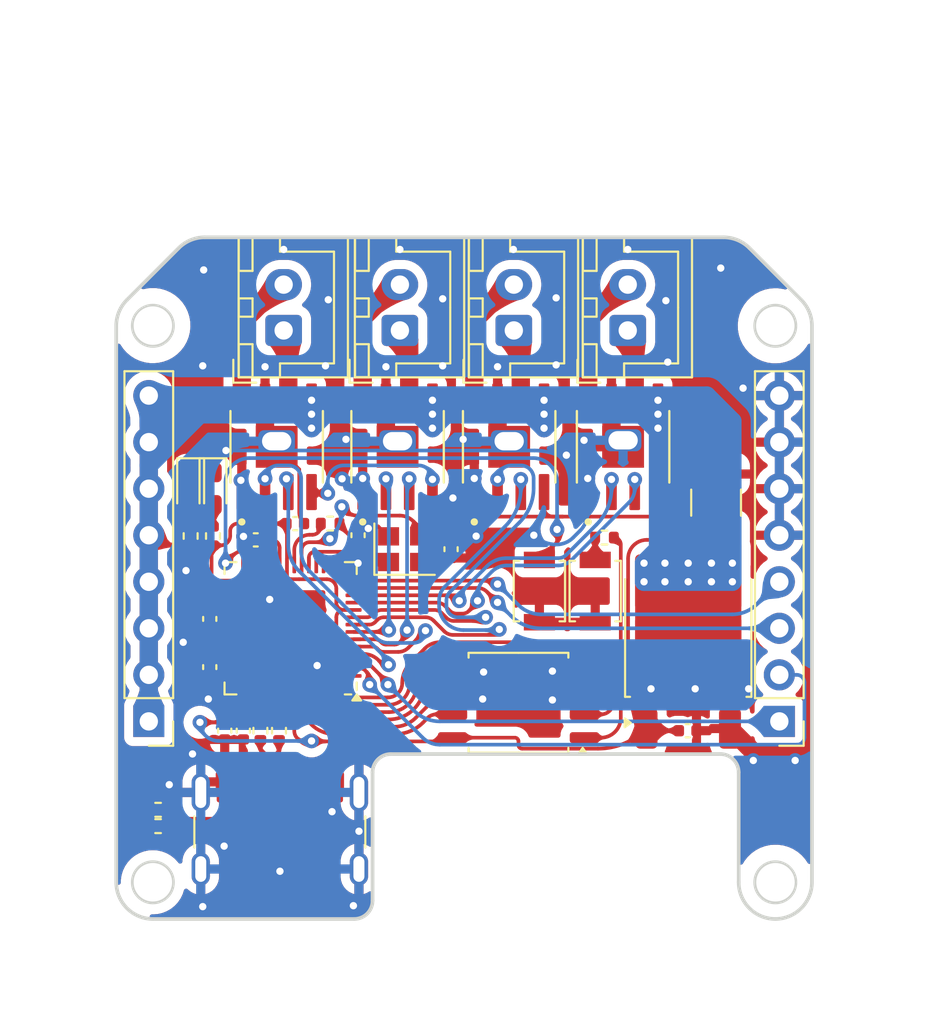
<source format=kicad_pcb>
(kicad_pcb (version 20221018) (generator pcbnew)
  (layers (0 "F.Cu" signal) (31 "B.Cu" signal) (34 "B.Paste" user) (35 "F.Paste" user) (36 "B.SilkS" user "B.Silkscreen") (37 "F.SilkS" user "F.Silkscreen") (38 "B.Mask" user) (39 "F.Mask" user) (44 "Edge.Cuts" user))
  (net 0 "")
  (net 1 "Net-(U2-XIN)")
  (net 2 "GND")
  (net 3 "Net-(C2-Pad2)")
  (net 4 "+1V1")
  (net 5 "+3.3V")
  (net 6 "Net-(D2-A)")
  (net 7 "Net-(D3-A)")
  (net 9 "Net-(J1-CC1)")
  (net 10 "Net-(J1-D+-PadA6)")
  (net 11 "Net-(J1-D--PadA7)")
  (net 13 "Net-(J1-CC2)")
  (net 15 "+12V")
  (net 16 "/MDTX")
  (net 17 "/MDRX")
  (net 18 "/BLDC1")
  (net 19 "/BLDC2")
  (net 20 "/Motor1A")
  (net 21 "/Motor1B")
  (net 22 "/Motor2A")
  (net 23 "/Motor2B")
  (net 24 "/Motor3A")
  (net 25 "/Motor3B")
  (net 26 "/Motor4A")
  (net 27 "/Motor4B")
  (net 28 "/D-")
  (net 29 "/D+")
  (net 30 "/BOOT")
  (net 31 "Net-(U1-~{CS})")
  (net 32 "Net-(U2-XOUT)")
  (net 33 "/RUN")
  (net 34 "Net-(U1-DO(IO1))")
  (net 35 "Net-(U1-IO2)")
  (net 36 "Net-(U1-DI(IO0))")
  (net 37 "Net-(U1-CLK)")
  (net 38 "Net-(U1-IO3)")
  (net 39 "/IN1A")
  (net 40 "/IN1B")
  (net 41 "/IN2A")
  (net 42 "/IN2B")
  (net 43 "/IN3A")
  (net 44 "/IN3B")
  (net 45 "/IN4A")
  (net 46 "/IN4B")
  (footprint "Capacitor_SMD:C_0402_1005Metric" (layer "F.Cu") (at 143.129 79.375 180)
    (fp_text reference "C7" hide)
    (fp_text value "0.1μ" hide)
  )
  (footprint "Resistor_SMD:R_0402_1005Metric" (layer "F.Cu") (at 138.634 80.0525 90)
    (fp_text reference "R9" hide)
    (fp_text value "100" hide)
  )
  (footprint "TestPoint:TestPoint_Keystone_5000-5004_Miniature" (layer "F.Cu") (at 148.717 74.8792)
    (fp_text reference "REF**" hide)
    (fp_text value "TestPoint_Keystone_5000-5004_Miniature" hide)
  )
  (footprint "Capacitor_SMD:C_0402_1005Metric" (layer "F.Cu") (at 140.97 80.264)
    (fp_text reference "C3" hide)
    (fp_text value "0.1μ" hide)
  )
  (footprint "Capacitor_SMD:C_0402_1005Metric" (layer "F.Cu") (at 138.457 87.207 -90)
    (fp_text reference "C6" hide)
    (fp_text value "0.1μ" hide)
  )
  (footprint "TestPoint:TestPoint_Keystone_5000-5004_Miniature" (layer "F.Cu") (at 154.813 74.8792)
    (fp_text reference "REF**" hide)
    (fp_text value "TestPoint_Keystone_5000-5004_Miniature" hide)
  )
  (footprint "Connector_USB:USB_C_Receptacle_GCT_USB4105-xx-A_16P_TopMnt_Horizontal" (layer "F.Cu") (at 142.286 97.152)
    (fp_text reference "J1" hide)
    (fp_text value "USB_C_Receptacle_USB2.0" hide)
  )
  (footprint "Capacitor_SMD:C_0402_1005Metric" (layer "F.Cu") (at 139.275 90.674 90)
    (fp_text reference "C5" hide)
    (fp_text value "0.1μ" hide)
  )
  (footprint "Resistor_SMD:R_0402_1005Metric" (layer "F.Cu") (at 142.24 90.676 90)
    (fp_text reference "R4" hide)
    (fp_text value "27" hide)
  )
  (footprint "Connector_JST:JST_XH_B2B-XH-A_1x02_P2.50mm_Vertical" (layer "F.Cu") (at 161.29 68.834 90)
    (fp_text reference "J7" hide)
    (fp_text value "Conn_01x02_Socket" hide)
  )
  (footprint "Crystal:Crystal_SMD_2520-4Pin_2.5x2.0mm" (layer "F.Cu") (at 149.098 80.772)
    (fp_text reference "Y1" hide)
    (fp_text value "Crystal_GND24" hide)
  )
  (footprint "MountingHole:MountingHole_2.1mm" (layer "F.Cu") (at 169.36 98.95)
    (fp_text reference "REF**" hide)
    (fp_text value "MountingHole_2.1mm" hide)
  )
  (footprint "Resistor_SMD:R_0402_1005Metric" (layer "F.Cu") (at 145.034 79.375)
    (fp_text reference "R6" hide)
    (fp_text value "1k" hide)
  )
  (footprint "Capacitor_SMD:C_1210_3225Metric_Pad1.33x2.70mm_HandSolder" (layer "F.Cu") (at 166.116 78.232 -90)
    (fp_text reference "C10" hide)
    (fp_text value "0.1μ" hide)
  )
  (footprint "Connector_PinHeader_2.54mm:PinHeader_1x08_P2.54mm_Vertical" (layer "F.Cu") (at 135.128 90.17 180)
    (fp_text reference "J2" hide)
    (fp_text value "Conn_01x08_Socket" hide)
  )
  (footprint "MountingHole:MountingHole_2.1mm" (layer "F.Cu") (at 135.35 98.95)
    (fp_text reference "REF**" hide)
    (fp_text value "MountingHole_2.1mm" hide)
  )
  (footprint "Capacitor_SMD:C_0402_1005Metric" (layer "F.Cu") (at 138.457 84.577 90)
    (fp_text reference "C9" hide)
    (fp_text value "0.1μ" hide)
  )
  (footprint "Connector_PinHeader_2.54mm:PinHeader_1x08_P2.54mm_Vertical" (layer "F.Cu") (at 169.57 90.17 180)
    (fp_text reference "J3" hide)
    (fp_text value "Conn_01x08_Socket" hide)
  )
  (footprint "Button_Switch_SMD:SW_SPST_B3U-1000P" (layer "F.Cu") (at 156.464 83.058 -90)
    (fp_text reference "SW1" hide)
    (fp_text value "SW_Push" hide)
  )
  (footprint "Connector_JST:JST_XH_B2B-XH-A_1x02_P2.50mm_Vertical" (layer "F.Cu") (at 155.067 68.834 90)
    (fp_text reference "J6" hide)
    (fp_text value "Conn_01x02_Socket" hide)
  )
  (footprint "Resistor_SMD:R_0402_1005Metric" (layer "F.Cu") (at 137.414 80.0525 90)
    (fp_text reference "R8" hide)
    (fp_text value "1k" hide)
  )
  (footprint "TB67H450FNG_EL:SOIC127P599X175-9N" (layer "F.Cu") (at 142.113 75.184 90)
    (fp_text reference "U3" hide)
    (fp_text value "TB67H450FNG_EL" hide)
  )
  (footprint "Package_SO:SOIC-8_5.23x5.23mm_P1.27mm" (layer "F.Cu") (at 155.321 89.154 180)
    (fp_text reference "U1" hide)
    (fp_text value "W25Q128JVS" hide)
  )
  (footprint "Capacitor_SMD:C_0402_1005Metric" (layer "F.Cu") (at 164.564 90.678 180)
    (fp_text reference "C11" hide)
    (fp_text value "0.1μ" hide)
  )
  (footprint "Button_Switch_SMD:SW_SPST_B3U-1000P" (layer "F.Cu") (at 159.512 83.058 -90)
    (fp_text reference "SW2" hide)
    (fp_text value "SW_Push" hide)
  )
  (footprint "Resistor_SMD:R_0402_1005Metric" (layer "F.Cu") (at 135.636 94.996 180)
    (fp_text reference "R1" hide)
    (fp_text value "5.1k" hide)
  )
  (footprint "Resistor_SMD:R_0402_1005Metric" (layer "F.Cu") (at 135.636 95.885 180)
    (fp_text reference "R2" hide)
    (fp_text value "5.1k" hide)
  )
  (footprint "Connector_JST:JST_XH_B2B-XH-A_1x02_P2.50mm_Vertical" (layer "F.Cu") (at 148.844 68.834 90)
    (fp_text reference "J5" hide)
    (fp_text value "Conn_01x02_Socket" hide)
  )
  (footprint "TestPoint:TestPoint_Keystone_5000-5004_Miniature" (layer "F.Cu") (at 161.036 74.8284)
    (fp_text reference "REF**" hide)
    (fp_text value "TestPoint_Keystone_5000-5004_Miniature" hide)
  )
  (footprint "TestPoint:TestPoint_Keystone_5000-5004_Miniature" (layer "F.Cu") (at 142.113 74.8792)
    (fp_text reference "REF**" hide)
    (fp_text value "TestPoint_Keystone_5000-5004_Miniature" hide)
  )
  (footprint "Package_TO_SOT_SMD:TO-252-2" (layer "F.Cu") (at 164.5945 85.52 90)
    (fp_text reference "U7" hide)
    (fp_text value "AZ1084-3.3" hide)
  )
  (footprint "Capacitor_SMD:C_0402_1005Metric" (layer "F.Cu") (at 146.558 80.01 -90)
    (fp_text reference "C2" hide)
    (fp_text value "C_Small" hide)
  )
  (footprint "LED_SMD:LED_0603_1608Metric_Pad1.05x0.95mm_HandSolder" (layer "F.Cu") (at 138.634 77.47 -90)
    (fp_text reference "D3" hide)
    (fp_text value "LED" hide)
  )
  (footprint "TB67H450FNG_EL:SOIC127P599X175-9N" (layer "F.Cu") (at 154.813 75.184 90)
    (fp_text reference "U4" hide)
    (fp_text value "TB67H450FNG_EL" hide)
  )
  (footprint "Capacitor_SMD:C_0402_1005Metric" (layer "F.Cu") (at 151.638 80.772 -90)
    (fp_text reference "C1" hide)
    (fp_text value "C_Small" hide)
  )
  (footprint "Resistor_SMD:R_0402_1005Metric" (layer "F.Cu") (at 160.018 80.137)
    (fp_text reference "R5" hide)
    (fp_text value "1k" hide)
  )
  (footprint "Connector_JST:JST_XH_B2B-XH-A_1x02_P2.50mm_Vertical" (layer "F.Cu") (at 142.494 68.834 90)
    (fp_text reference "J4" hide)
    (fp_text value "Conn_01x02_Socket" hide)
  )
  (footprint "Package_DFN_QFN:QFN-56-1EP_7x7mm_P0.4mm_EP3.2x3.2mm" (layer "F.Cu") (at 142.875 85.088 180)
    (fp_text reference "U2" hide)
    (fp_text value "RP2040" hide)
  )
  (footprint "TB67H450FNG_EL:SOIC127P599X175-9N" (layer "F.Cu") (at 148.717 75.184 90)
    (fp_text reference "U5" hide)
    (fp_text value "TB67H450FNG_EL" hide)
  )
  (footprint "LED_SMD:LED_0603_1608Metric_Pad1.05x0.95mm_HandSolder" (layer "F.Cu") (at 137.414 77.47 -90)
    (fp_text reference "D2" hide)
    (fp_text value "LED" hide)
  )
  (footprint "MountingHole:MountingHole_2.1mm" (layer "F.Cu") (at 135.35 68.57)
    (fp_text reference "REF**" hide)
    (fp_text value "MountingHole_2.1mm" hide)
  )
  (footprint "MountingHole:MountingHole_2.1mm" (layer "F.Cu") (at 169.35 68.58)
    (fp_text reference "REF**" hide)
    (fp_text value "MountingHole_2.1mm" hide)
  )
  (footprint "Resistor_SMD:R_0402_1005Metric" (layer "F.Cu") (at 141.223 90.674 90)
    (fp_text reference "R3" hide)
    (fp_text value "27" hide)
  )
  (footprint "TB67H450FNG_EL:SOIC127P599X175-9N" (layer "F.Cu") (at 161.036 75.184 90)
    (fp_text reference "U6" hide)
    (fp_text value "TB67H450FNG_EL" hide)
  )
  (footprint "Capacitor_SMD:C_0402_1005Metric" (layer "F.Cu") (at 140.291 90.674 90)
    (fp_text reference "C4" hide)
    (fp_text value "0.1μ" hide)
  )
  (gr_arc (start 147.35 92.952583) (mid 147.642893 92.245476) (end 148.35 91.952583) (stroke (width 0.2)) (layer "Edge.Cuts"))
  (gr_line (start 166.521573 63.751573) (end 138.178427 63.751573) (stroke (width 0.2)) (layer "Edge.Cuts"))
  (gr_circle (center 169.35 98.952584) (end 169.35 97.852584) (stroke (width 0.2)) (fill none) (layer "Edge.Cuts"))
  (gr_line (start 135.35 100.952584) (end 146.35 100.952584) (stroke (width 0.2)) (layer "Edge.Cuts"))
  (gr_line (start 148.35 91.952583) (end 166.35 91.952583) (stroke (width 0.2)) (layer "Edge.Cuts"))
  (gr_arc (start 170.764214 67.165787) (mid 171.197759 67.814633) (end 171.35 68.58) (stroke (width 0.2)) (layer "Edge.Cuts"))
  (gr_arc (start 147.35 99.952584) (mid 147.057107 100.659691) (end 146.35 100.952584) (stroke (width 0.2)) (layer "Edge.Cuts"))
  (gr_line (start 171.35 98.952584) (end 171.35 68.58) (stroke (width 0.2)) (layer "Edge.Cuts"))
  (gr_line (start 170.764214 67.165787) (end 167.935787 64.33736) (stroke (width 0.2)) (layer "Edge.Cuts"))
  (gr_line (start 167.35 92.952583) (end 167.35 98.951762) (stroke (width 0.2)) (layer "Edge.Cuts"))
  (gr_arc (start 166.35 91.952583) (mid 167.057107 92.245476) (end 167.35 92.952583) (stroke (width 0.2)) (layer "Edge.Cuts"))
  (gr_arc (start 135.35 100.952584) (mid 133.935786 100.366798) (end 133.35 98.952584) (stroke (width 0.2)) (layer "Edge.Cuts"))
  (gr_circle (center 135.35 68.58) (end 135.35 67.48) (stroke (width 0.2)) (fill none) (layer "Edge.Cuts"))
  (gr_line (start 133.35 68.58) (end 133.35 98.952584) (stroke (width 0.2)) (layer "Edge.Cuts"))
  (gr_arc (start 171.35 98.952584) (mid 170.764214 100.366798) (end 169.35 100.952584) (stroke (width 0.2)) (layer "Edge.Cuts"))
  (gr_circle (center 169.35 68.58) (end 169.35 67.48) (stroke (width 0.2)) (fill none) (layer "Edge.Cuts"))
  (gr_circle (center 135.35 98.952584) (end 135.35 97.852584) (stroke (width 0.2)) (fill none) (layer "Edge.Cuts"))
  (gr_line (start 147.35 99.952584) (end 147.35 92.952583) (stroke (width 0.2)) (layer "Edge.Cuts"))
  (gr_arc (start 169.35 100.952584) (mid 167.935496 100.366507) (end 167.35 98.951762) (stroke (width 0.2)) (layer "Edge.Cuts"))
  (gr_arc (start 136.764213 64.33736) (mid 137.41306 63.903814) (end 138.178427 63.751573) (stroke (width 0.2)) (layer "Edge.Cuts"))
  (gr_arc (start 133.35 68.58) (mid 133.502241 67.814633) (end 133.935786 67.165787) (stroke (width 0.2)) (layer "Edge.Cuts"))
  (gr_line (start 136.764213 64.33736) (end 133.935786 67.165787) (stroke (width 0.2)) (layer "Edge.Cuts"))
  (gr_arc (start 166.521573 63.751573) (mid 167.28694 63.903814) (end 167.935787 64.33736) (stroke (width 0.2)) (layer "Edge.Cuts"))
  (segment (start 143.914354 80.391) (end 144.830568 80.391) (width 0.2) (layer "F.Cu") (net 1))
  (segment (start 146.517692 78.939) (end 148.830032 78.939) (width 0.2) (layer "F.Cu") (net 1))
  (segment (start 150.296886 79.970886) (end 150.198 79.872) (width 0.2) (layer "F.Cu") (net 1))
  (segment (start 143.475 81.6505) (end 143.475 80.830354) (width 0.2) (layer "F.Cu") (net 1))
  (segment (start 149.572569 79.246569) (end 150.198 79.872) (width 0.2) (layer "F.Cu") (net 1))
  (segment (start 151.638 80.292) (end 151.072125 80.292) (width 0.2) (layer "F.Cu") (net 1))
  (segment (start 145.669 78.455) (end 145.895123 78.681123) (width 0.2) (layer "F.Cu") (net 1))
  (segment (start 144.830568 80.391) (end 145.019208 80.20236) (width 0.2) (layer "F.Cu") (net 1))
  (via (at 145.669 78.455) (size 0.8) (drill 0.4) (layers "F.Cu" "B.Cu") (net 1))
  (via (at 145.019208 80.20236) (size 0.8) (drill 0.4) (layers "F.Cu" "B.Cu") (net 1))
  (arc (start 146.517692 78.939) (mid 146.18076 78.87198) (end 145.895123 78.681123) (width 0.2) (layer "F.Cu") (net 1))
  (arc (start 148.830032 78.939) (mid 149.23189 79.018935) (end 149.572569 79.246569) (width 0.2) (layer "F.Cu") (net 1))
  (arc (start 150.296886 79.970886) (mid 150.652569 80.208546) (end 151.072125 80.292) (width 0.2) (layer "F.Cu") (net 1))
  (arc (start 143.914354 80.391) (mid 143.603684 80.519684) (end 143.475 80.830354) (width 0.2) (layer "F.Cu") (net 1))
  (segment (start 145.669 78.63364) (end 145.669 78.455) (width 0.2) (layer "B.Cu") (net 1))
  (arc (start 145.019208 80.20236) (mid 145.500127 79.482619) (end 145.669 78.63364) (width 0.2) (layer "B.Cu") (net 1))
  (segment (start 143.3464 78.741064) (end 143.3464 76.4174) (width 0.2) (layer "F.Cu") (net 2))
  (segment (start 160.401 72.714) (end 160.401 74.549) (width 1) (layer "F.Cu") (net 2))
  (segment (start 143.3464 76.4174) (end 142.113 75.184) (width 0.2) (layer "F.Cu") (net 2))
  (segment (start 140.488247 80.264) (end 140.299247 80.075) (width 0.2) (layer "F.Cu") (net 2))
  (segment (start 146.558 79.53) (end 147.656 79.53) (width 0.2) (layer "F.Cu") (net 2))
  (segment (start 153.6446 87.249) (end 153.416 87.4776) (width 0.2) (layer "F.Cu") (net 2))
  (segment (start 154.178 74.549) (end 154.813 75.184) (width 1) (layer "F.Cu") (net 2))
  (segment (start 141.478 74.549) (end 142.113 75.184) (width 1) (layer "F.Cu") (net 2))
  (segment (start 166.8745 90.56) (end 168.148 91.8335) (width 1) (layer "F.Cu") (net 2))
  (segment (start 143.875 81.22811) (end 143.875 81.6505) (width 0.2) (layer "F.Cu") (net 2))
  (segment (start 147.1168 79.639) (end 147.2258 79.53) (width 0.2) (layer "F.Cu") (net 2))
  (segment (start 145.572588 80.913) (end 144.19011 80.913) (width 0.2) (layer "F.Cu") (net 2))
  (segment (start 147.2258 79.53) (end 147.656 79.53) (width 0.2) (layer "F.Cu") (net 2))
  (segment (start 146.558 81.534) (end 146.194679 81.170679) (width 0.2) (layer "F.Cu") (net 2))
  (segment (start 170.434 92.3036) (end 168.148 92.3036) (width 1) (layer "F.Cu") (net 2))
  (segment (start 140.49 80.264) (end 140.488247 80.264) (width 0.2) (layer "F.Cu") (net 2))
  (segment (start 147.656 79.53) (end 147.998 79.872) (width 0.2) (layer "F.Cu") (net 2))
  (segment (start 148.082 72.714) (end 148.082 74.549) (width 1) (layer "F.Cu") (net 2))
  (segment (start 154.178 72.714) (end 154.178 74.549) (width 1) (layer "F.Cu") (net 2))
  (segment (start 150.198 81.672) (end 151.218 81.672) (width 0.2) (layer "F.Cu") (net 2))
  (segment (start 157.353 87.249) (end 157.1752 87.4268) (width 0.2) (layer "F.Cu") (net 2))
  (segment (start 147.0078 79.53) (end 146.558 79.53) (width 0.2) (layer "F.Cu") (net 2))
  (segment (start 158.921 87.249) (end 157.353 87.249) (width 0.2) (layer "F.Cu") (net 2))
  (segment (start 151.218 81.672) (end 151.638 81.252) (width 0.2) (layer "F.Cu") (net 2))
  (segment (start 160.401 74.549) (end 161.036 75.184) (width 1) (layer "F.Cu") (net 2))
  (segment (start 168.148 91.8335) (end 168.148 92.3036) (width 1) (layer "F.Cu") (net 2))
  (segment (start 141.478 72.714) (end 141.478 74.549) (width 1) (layer "F.Cu") (net 2))
  (segment (start 158.921 87.249) (end 153.6446 87.249) (width 0.2) (layer "F.Cu") (net 2))
  (segment (start 148.082 74.549) (end 148.717 75.184) (width 1) (layer "F.Cu") (net 2))
  (segment (start 147.1168 79.639) (end 147.0078 79.53) (width 0.2) (layer "F.Cu") (net 2))
  (via (at 162.56 88.392) (size 0.8) (drill 0.4) (layers "F.Cu" "B.Cu") (net 2))
  (via (at 164.973 88.392) (size 0.8) (drill 0.4) (layers "F.Cu" "B.Cu") (net 2))
  (via (at 157.3784 67.056) (size 0.8) (drill 0.4) (layers "F.Cu" "B.Cu") (net 2))
  (via (at 163.3728 67.2084) (size 0.8) (drill 0.4) (layers "F.Cu" "B.Cu") (net 2))
  (via (at 145.8976 74.7776) (size 0.8) (drill 0.4) (layers "F.Cu" "B.Cu") (net 2))
  (via (at 156.1592 80.01) (size 0.8) (drill 0.4) (layers "F.Cu" "B.Cu") (net 2))
  (via (at 138.0744 70.7644) (size 0.8) (drill 0.4) (layers "F.Cu" "B.Cu") (net 2))
  (via (at 153.3652 88.9508) (size 0.8) (drill 0.4) (layers "F.Cu" "B.Cu") (net 2))
  (via (at 144.9324 67.1576) (size 0.8) (drill 0.4) (layers "F.Cu" "B.Cu") (net 2))
  (via (at 158.9024 74.8284) (size 0.8) (drill 0.4) (layers "F.Cu" "B.Cu") (net 2))
  (via (at 144.3228 87.122) (size 0.8) (drill 0.4) (layers "F.Cu" "B.Cu") (net 2))
  (via (at 157.1752 87.4268) (size 0.8) (drill 0.4) (layers "F.Cu" "B.Cu") (net 2))
  (via (at 152.2984 74.7776) (size 0.8) (drill 0.4) (layers "F.Cu" "B.Cu") (net 2))
  (via (at 139.3444 75.3872) (size 0.8) (drill 0.4) (layers "F.Cu" "B.Cu") (net 2))
  (via (at 168.148 92.3036) (size 0.8) (drill 0.4) (layers "F.Cu" "B.Cu") (net 2))
  (via (at 157.1752 89.0016) (size 0.8) (drill 0.4) (layers "F.Cu" "B.Cu") (net 2))
  (via (at 137.16 81.9404) (size 0.8) (drill 0.4) (layers "F.Cu" "B.Cu") (net 2))
  (via (at 142.494 64.4144) (size 0.8) (drill 0.4) (layers "F.Cu" "B.Cu") (net 2))
  (via (at 142.2908 98.3488) (size 0.8) (drill 0.4) (layers "F.Cu" "B.Cu") (net 2))
  (via (at 157.9372 75.6412) (size 0.8) (drill 0.4) (layers "F.Cu" "B.Cu") (net 2))
  (via (at 138.1252 65.532) (size 0.8) (drill 0.4) (layers "F.Cu" "B.Cu") (net 2))
  (via (at 147.1168 79.639) (size 0.8) (drill 0.4) (layers "F.Cu" "B.Cu") (net 2))
  (via (at 144.78 70.7644) (size 0.8) (drill 0.4) (layers "F.Cu" "B.Cu") (net 2))
  (via (at 137.0076 85.852) (size 0.8) (drill 0.4) (layers "F.Cu" "B.Cu") (net 2))
  (via (at 146.558 81.534) (size 0.8) (drill 0.4) (layers "F.Cu" "B.Cu") (net 2))
  (via (at 153.0096 80.0608) (size 0.8) (drill 0.4) (layers "F.Cu" "B.Cu") (net 2))
  (via (at 148.082 70.8152) (size 0.8) (drill 0.4) (layers "F.Cu" "B.Cu") (net 2))
  (via (at 151.1808 70.7644) (size 0.8) (drill 0.4) (layers "F.Cu" "B.Cu") (net 2))
  (via (at 167.5892 71.9836) (size 0.8) (drill 0.4) (layers "F.Cu" "B.Cu") (net 2))
  (via (at 145.684379 76.930598) (size 0.8) (drill 0.4) (layers "F.Cu" "B.Cu") (net 2))
  (via (at 151.1808 67.1068) (size 0.8) (drill 0.4) (layers "F.Cu" "B.Cu") (net 2))
  (via (at 154.178 70.8152) (size 0.8) (drill 0.4) (layers "F.Cu" "B.Cu") (net 2))
  (via (at 146.304 100.2284) (size 0.8) (drill 0.4) (layers "F.Cu" "B.Cu") (net 2))
  (via (at 136.2456 93.6244) (size 0.8) (drill 0.4) (layers "F.Cu" "B.Cu") (net 2))
  (via (at 167.894 88.392) (size 0.8) (drill 0.4) (layers "F.Cu" "B.Cu") (net 2))
  (via (at 138.3792 88.9508) (size 0.8) (drill 0.4) (layers "F.Cu" "B.Cu") (net 2))
  (via (at 138.0744 100.2792) (size 0.8) (drill 0.4) (layers "F.Cu" "B.Cu") (net 2))
  (via (at 152.908 76.9112) (size 0.8) (drill 0.4) (layers "F.Cu" "B.Cu") (net 2))
  (via (at 140.1572 77.0128) (size 0.8) (drill 0.4) (layers "F.Cu" "B.Cu") (net 2))
  (via (at 166.37 65.4304) (size 0.8) (drill 0.4) (layers "F.Cu" "B.Cu") (net 2))
  (via (at 141.732 83.5152) (size 0.8) (drill 0.4) (layers "F.Cu" "B.Cu") (net 2))
  (via (at 157.3784 70.7136) (size 0.8) (drill 0.4) (layers "F.Cu" "B.Cu") (net 2))
  (via (at 140.299247 80.075) (size 0.8) (drill 0.4) (layers "F.Cu" "B.Cu") (net 2))
  (via (at 137.5156 91.948) (size 0.8) (drill 0.4) (layers "F.Cu" "B.Cu") (net 2))
  (via (at 159.1056 76.9112) (size 0.8) (drill 0.4) (layers "F.Cu" "B.Cu") (net 2))
  (via (at 146.812 76.9112) (size 0.8) (drill 0.4) (layers "F.Cu" "B.Cu") (net 2))
  (via (at 145.1356 95.0976) (size 0.8) (drill 0.4) (layers "F.Cu" "B.Cu") (net 2))
  (via (at 153.416 87.4776) (size 0.8) (drill 0.4) (layers "F.Cu" "B.Cu") (net 2))
  (via (at 139.2428 96.9772) (size 0.8) (drill 0.4) (layers "F.Cu" "B.Cu") (net 2))
  (via (at 170.434 92.3036) (size 0.8) (drill 0.4) (layers "F.Cu" "B.Cu") (net 2))
  (via (at 141.478 70.8152) (size 0.8) (drill 0.4) (layers "F.Cu" "B.Cu") (net 2))
  (via (at 146.6088 96.1644) (size 0.8) (drill 0.4) (layers "F.Cu" "B.Cu") (net 2))
  (via (at 161.29 64.4144) (size 0.8) (drill 0.4) (layers "F.Cu" "B.Cu") (net 2))
  (via (at 155.0416 64.4144) (size 0.8) (drill 0.4) (layers "F.Cu" "B.Cu") (net 2))
  (via (at 151.7396 77.978) (size 0.8) (drill 0.4) (layers "F.Cu" "B.Cu") (net 2))
  (via (at 148.844 64.4144) (size 0.8) (drill 0.4) (layers "F.Cu" "B.Cu") (net 2))
  (via (at 163.4744 70.5612) (size 0.8) (drill 0.4) (layers "F.Cu" "B.Cu") (net 2))
  (arc (start 143.3464 78.741064) (mid 143.414641 79.084134) (end 143.609 79.375) (width 0.2) (layer "F.Cu") (net 2))
  (arc (start 144.19011 80.913) (mid 143.967294 81.005294) (end 143.875 81.22811) (width 0.2) (layer "F.Cu") (net 2))
  (arc (start 145.572588 80.913) (mid 145.909261 80.979969) (end 146.194679 81.170679) (width 0.2) (layer "F.Cu") (net 2))
  (segment (start 159.1056 78.736959) (end 159.1056 76.9112) (width 0.2) (layer "B.Cu") (net 2))
  (segment (start 158.315523 80.132791) (end 158.677267 79.771047) (width 0.2) (layer "B.Cu") (net 2))
  (segment (start 159.1056 76.9112) (end 158.559038 76.364638) (width 0.2) (layer "B.Cu") (net 2))
  (segment (start 156.199293 75.3872) (end 139.3444 75.3872) (width 0.2) (layer "B.Cu") (net 2))
  (arc (start 158.315523 80.132791) (mid 157.888846 80.417887) (end 157.3855 80.518) (width 0.2) (layer "B.Cu") (net 2))
  (arc (start 158.559038 76.364638) (mid 157.476378 75.641228) (end 156.199293 75.3872) (width 0.2) (layer "B.Cu") (net 2))
  (arc (start 157.3855 80.518) (mid 156.721878 80.385997) (end 156.1592 80.01) (width 0.2) (layer "B.Cu") (net 2))
  (arc (start 158.677267 79.771047) (mid 158.99428 79.296603) (end 159.1056 78.736959) (width 0.2) (layer "B.Cu") (net 2))
  (segment (start 146.816 80.49) (end 147.998 81.672) (width 0.2) (layer "F.Cu") (net 3))
  (segment (start 146.558 80.49) (end 146.816 80.49) (width 0.2) (layer "F.Cu") (net 3))
  (segment (start 145.415 79.347) (end 146.558 80.49) (width 0.2) (layer "F.Cu") (net 3))
  (segment (start 145.415 79.246) (end 145.415 79.347) (width 0.2) (layer "F.Cu") (net 3))
  (segment (start 142.275 80.707716) (end 142.275 81.6505) (width 0.2) (layer "F.Cu") (net 4))
  (segment (start 141.207095 82.411) (end 142.0505 82.411) (width 0.2) (layer "F.Cu") (net 4))
  (segment (start 143.075 88.5255) (end 143.075 87.98805) (width 0.2) (layer "F.Cu") (net 4))
  (segment (start 140.526905 89.726596) (end 140.491 89.726596) (width 0.2) (layer "F.Cu") (net 4))
  (segment (start 142.275 82.1865) (end 142.275 81.6505) (width 0.2) (layer "F.Cu") (net 4))
  (segment (start 140.291 89.926596) (end 140.291 90.194) (width 0.2) (layer "F.Cu") (net 4))
  (segment (start 140.675 85.459) (end 140.675 87.087) (width 0.2) (layer "F.Cu") (net 4))
  (segment (start 140.930612 89.405732) (end 140.668327 89.668017) (width 0.2) (layer "F.Cu") (net 4))
  (segment (start 141.074 87.387) (end 141.074 88.5255) (width 0.2) (layer "F.Cu") (net 4))
  (segment (start 142.83195 87.745) (end 141.316278 87.745) (width 0.2) (layer "F.Cu") (net 4))
  (segment (start 140.825 87.237) (end 140.924 87.237) (width 0.2) (layer "F.Cu") (net 4))
  (segment (start 141.45 80.264) (end 141.831284 80.264) (width 0.2) (layer "F.Cu") (net 4))
  (segment (start 140.675 85.459) (end 140.675 82.943095) (width 0.2) (layer "F.Cu") (net 4))
  (segment (start 141.074 87.987278) (end 141.074 89.059563) (width 0.2) (layer "F.Cu") (net 4))
  (arc (start 141.831284 80.264) (mid 142.145039 80.393961) (end 142.275 80.707716) (width 0.2) (layer "F.Cu") (net 4))
  (arc (start 140.825 87.237) (mid 140.718934 87.193066) (end 140.675 87.087) (width 0.2) (layer "F.Cu") (net 4))
  (arc (start 142.0505 82.411) (mid 142.209245 82.345245) (end 142.275 82.1865) (width 0.2) (layer "F.Cu") (net 4))
  (arc (start 141.074 89.059563) (mid 141.036735 89.246908) (end 140.930612 89.405732) (width 0.2) (layer "F.Cu") (net 4))
  (arc (start 140.668327 89.668017) (mid 140.603442 89.711372) (end 140.526905 89.726596) (width 0.2) (layer "F.Cu") (net 4))
  (arc (start 140.924 87.237) (mid 141.030066 87.280934) (end 141.074 87.387) (width 0.2) (layer "F.Cu") (net 4))
  (arc (start 140.491 89.726596) (mid 140.349579 89.785175) (end 140.291 89.926596) (width 0.2) (layer "F.Cu") (net 4))
  (arc (start 143.075 87.98805) (mid 143.003812 87.816188) (end 142.83195 87.745) (width 0.2) (layer "F.Cu") (net 4))
  (arc (start 141.207095 82.411) (mid 140.830847 82.566847) (end 140.675 82.943095) (width 0.2) (layer "F.Cu") (net 4))
  (arc (start 141.074 87.987278) (mid 141.144962 87.815962) (end 141.316278 87.745) (width 0.2) (layer "F.Cu") (net 4))
  (segment (start 156.718 78.512878) (end 156.718 77.654) (width 0.2) (layer "F.Cu") (net 5))
  (segment (start 142.485372 89.268) (end 142.88149 89.268) (width 0.2) (layer "F.Cu") (net 5))
  (segment (start 139.982128 79.375) (end 142.649 79.375) (width 0.2) (layer "F.Cu") (net 5))
  (segment (start 142.675 88.5255) (end 142.675 89.06151) (width 0.2) (layer "F.Cu") (net 5))
  (segment (start 146.3125 84.088) (end 145.768699 84.088) (width 0.2) (layer "F.Cu") (net 5))
  (segment (start 143.074999 90.68774) (end 143.075 89.461498) (width 0.2) (layer "F.Cu") (net 5))
  (segment (start 138.634 80.5625) (end 138.557 80.6395) (width 0.2) (layer "F.Cu") (net 5))
  (segment (start 157.734 78.994) (end 157.199122 78.994) (width 0.2) (layer "F.Cu") (net 5))
  (segment (start 140.275 87.987597) (end 140.275 88.5255) (width 0.2) (layer "F.Cu") (net 5))
  (segment (start 143.339 82.411) (end 144.852316 82.411) (width 0.2) (layer "F.Cu") (net 5))
  (segment (start 140.275 84.387235) (end 140.275 88.5255) (width 0.2) (layer "F.Cu") (net 5))
  (segment (start 138.466 84.088) (end 139.4375 84.088) (width 0.2) (layer "F.Cu") (net 5))
  (segment (start 146.3125 87.688) (end 145.777159 87.688) (width 0.2) (layer "F.Cu") (net 5))
  (segment (start 155.121 91.059) (end 151.721 91.059) (width 0.2) (layer "F.Cu") (net 5))
  (segment (start 162.535795 78.994) (end 157.734 78.994) (width 0.2) (layer "F.Cu") (net 5))
  (segment (start 139.4375 84.088) (end 139.975765 84.088) (width 0.2) (layer "F.Cu") (net 5))
  (segment (start 145.371 87.281841) (end 145.371 84.490851) (width 0.2) (layer "F.Cu") (net 5))
  (segment (start 162.333088 80.264) (end 162.542467 80.264) (width 0.2) (layer "F.Cu") (net 5))
  (segment (start 139.975 89.269) (end 139.783 89.269) (width 0.2) (layer "F.Cu") (net 5))
  (segment (start 143.074497 89.423107) (end 143.045113 89.352171) (width 0.2) (layer "F.Cu") (net 5))
  (segment (start 142.675 79.401) (end 142.675 80.133315) (width 0.2) (layer "F.Cu") (net 5))
  (segment (start 159.661339 91.659) (end 155.521 91.659) (width 0.2) (layer "F.Cu") (net 5))
  (segment (start 151.517 91.263) (end 151.721 91.059) (width 0.2) (layer "F.Cu") (net 5))
  (segment (start 145.371 83.427) (end 145.371 83.690301) (width 0.2) (layer "F.Cu") (net 5))
  (segment (start 137.922 90.2208) (end 139.2482 90.2208) (width 0.2) (layer "F.Cu") (net 5))
  (segment (start 144.018 91.2368) (end 143.9918 91.263) (width 0.2) (layer "F.Cu") (net 5))
  (segment (start 144.088 77.724) (end 144.018 77.654) (width 0.2) (layer "F.Cu") (net 5))
  (segment (start 145.773851 84.088) (end 146.3125 84.088) (width 0.2) (layer "F.Cu") (net 5))
  (segment (start 143.9918 91.263) (end 143.650258 91.263) (width 0.2) (layer "F.Cu") (net 5))
  (segment (start 139.4365 87.687) (end 139.4375 87.688) (width 0.2) (layer "F.Cu") (net 5))
  (segment (start 138.457 87.687) (end 139.4365 87.687) (width 0.2) (layer "F.Cu") (net 5))
  (segment (start 162.941 79.502) (end 162.941 79.865467) (width 0.2) (layer "F.Cu") (net 5))
  (segment (start 144.0442 91.263) (end 151.517 91.263) (width 0.2) (layer "F.Cu") (net 5))
  (segment (start 140.674 88.969) (end 140.674 88.5255) (width 0.2) (layer "F.Cu") (net 5))
  (segment (start 139.573 80.041669) (end 139.573 79.784128) (width 0.2) (layer "F.Cu") (net 5))
  (segment (start 138.557 80.6395) (end 138.557 83.997) (width 0.2) (layer "F.Cu") (net 5))
  (segment (start 144.018 91.2368) (end 144.0442 91.263) (width 0.2) (layer "F.Cu") (net 5))
  (segment (start 145.371 82.929684) (end 145.371 83.427) (width 0.2) (layer "F.Cu") (net 5))
  (segment (start 138.634 80.5625) (end 139.052169 80.5625) (width 0.2) (layer "F.Cu") (net 5))
  (segment (start 155.321 91.459) (end 155.321 91.259) (width 0.2) (layer "F.Cu") (net 5))
  (segment (start 145.77864 84.088) (end 146.3125 84.088) (width 0.2) (layer "F.Cu") (net 5))
  (segment (start 142.649 79.375) (end 142.675 79.401) (width 0.2) (layer "F.Cu") (net 5))
  (segment (start 151.076494 78.994) (end 157.734 78.994) (width 0.2) (layer "F.Cu") (net 5))
  (segment (start 162.941 77.654) (end 162.941 79.502) (width 0.2) (layer "F.Cu") (net 5))
  (segment (start 144.907 77.724) (end 144.088 77.724) (width 0.2) (layer "F.Cu") (net 5))
  (segment (start 140.275 88.5255) (end 140.275 88.969) (width 0.2) (layer "F.Cu") (net 5))
  (segment (start 143.045113 89.352171) (end 142.990818 89.297881) (width 0.2) (layer "F.Cu") (net 5))
  (segment (start 162.4325 90.678) (end 162.3145 90.56) (width 0.25) (layer "F.Cu") (net 5))
  (segment (start 164.084 90.678) (end 162.4325 90.678) (width 0.25) (layer "F.Cu") (net 5))
  (segment (start 142.990818 89.297881) (end 142.919881 89.268501) (width 0.2) (layer "F.Cu") (net 5))
  (segment (start 150.622 77.654) (end 150.622 78.539506) (width 0.2) (layer "F.Cu") (net 5))
  (segment (start 139.2482 90.2208) (end 139.275 90.194) (width 0.2) (layer "F.Cu") (net 5))
  (segment (start 138.557 83.997) (end 138.457 84.097) (width 0.2) (layer "F.Cu") (net 5))
  (segment (start 142.275 88.5255) (end 142.275 89.057628) (width 0.2) (layer "F.Cu") (net 5))
  (segment (start 142.675 81.6505) (end 142.675 82.187694) (width 0.2) (layer "F.Cu") (net 5))
  (segment (start 143.339 82.411) (end 142.898306 82.411) (width 0.2) (layer "F.Cu") (net 5))
  (segment (start 143.075 89.461498) (end 143.074497 89.423107) (width 0.2) (layer "F.Cu") (net 5))
  (segment (start 139.4375 87.688) (end 139.975403 87.688) (width 0.2) (layer "F.Cu") (net 5))
  (segment (start 142.675 80.133315) (end 142.675 81.6505) (width 0.2) (layer "F.Cu") (net 5))
  (segment (start 162.941 79.399205) (end 162.941 79.502) (width 0.2) (layer "F.Cu") (net 5))
  (segment (start 139.275 89.777006) (end 139.275 90.194) (width 0.2) (layer "F.Cu") (net 5))
  (segment (start 139.783 89.269) (end 140.374 89.269) (width 0.2) (layer "F.Cu") (net 5))
  (segment (start 142.919881 89.268501) (end 142.88149 89.268) (width 0.2) (layer "F.Cu") (net 5))
  (segment (start 161.309 88.132502) (end 161.309 81.288088) (width 0.2) (layer "F.Cu") (net 5))
  (via (at 137.922 90.2208) (size 0.8) (drill 0.4) (layers "F.Cu" "B.Cu") (net 5))
  (via (at 144.018 91.2368) (size 0.8) (drill 0.4) (layers "F.Cu" "B.Cu") (net 5))
  (via (at 144.907 77.724) (size 0.8) (drill 0.4) (layers "F.Cu" "B.Cu") (net 5))
  (via (at 150.622 76.962) (size 0.8) (drill 0.4) (layers "F.Cu" "B.Cu") (net 5))
  (arc (start 143.650258 91.263) (mid 143.243488 91.09451) (end 143.074999 90.68774) (width 0.2) (layer "F.Cu") (net 5))
  (arc (start 145.371 83.690301) (mid 145.487483 83.971517) (end 145.768699 84.088) (width 0.2) (layer "F.Cu") (net 5))
  (arc (start 162.3145 90.56) (mid 161.097197 91.37339) (end 159.661339 91.659) (width 0.2) (layer "F.Cu") (net 5))
  (arc (start 139.783 89.269) (mid 139.423792 89.417792) (end 139.275 89.777006) (width 0.2) (layer "F.Cu") (net 5))
  (arc (start 142.675 89.06151) (mid 142.73548 89.20752) (end 142.88149 89.268) (width 0.2) (layer "F.Cu") (net 5))
  (arc (start 139.975765 84.088) (mid 140.187356 84.175644) (end 140.275 84.387235) (width 0.2) (layer "F.Cu") (net 5))
  (arc (start 157.199122 78.994) (mid 156.858917 78.853083) (end 156.718 78.512878) (width 0.2) (layer "F.Cu") (net 5))
  (arc (start 140.275 87.987597) (mid 140.18725 87.77575) (end 139.975403 87.688) (width 0.2) (layer "F.Cu") (net 5))
  (arc (start 139.975 89.269) (mid 140.187132 89.181132) (end 140.275 88.969) (width 0.2) (layer "F.Cu") (net 5))
  (arc (start 155.321 91.259) (mid 155.262421 91.117579) (end 155.121 91.059) (width 0.2) (layer "F.Cu") (net 5))
  (arc (start 142.898306 82.411) (mid 142.740405 82.345595) (end 142.675 82.187694) (width 0.2) (layer "F.Cu") (net 5))
  (arc (start 145.773851 84.088) (mid 145.488992 84.205992) (end 145.371 84.490851) (width 0.2) (layer "F.Cu") (net 5))
  (arc (start 155.321 91.459) (mid 155.379579 91.600421) (end 155.521 91.659) (width 0.2) (layer "F.Cu") (net 5))
  (arc (start 162.3145 90.56) (mid 161.570321 89.446256) (end 161.309 88.132502) (width 0.2) (layer "F.Cu") (net 5))
  (arc (start 162.333088 80.264) (mid 161.608948 80.563948) (end 161.309 81.288088) (width 0.2) (layer "F.Cu") (net 5))
  (arc (start 145.371 87.281841) (mid 145.489961 87.569039) (end 145.777159 87.688) (width 0.2) (layer "F.Cu") (net 5))
  (arc (start 140.374 89.269) (mid 140.586132 89.181132) (end 140.674 88.969) (width 0.2) (layer "F.Cu") (net 5))
  (arc (start 144.852316 82.411) (mid 145.219081 82.562919) (end 145.371 82.929684) (width 0.2) (layer "F.Cu") (net 5))
  (arc (start 162.941 79.865467) (mid 162.824272 80.147272) (end 162.542467 80.264) (width 0.2) (layer "F.Cu") (net 5))
  (arc (start 139.052169 80.5625) (mid 139.420452 80.409952) (end 139.573 80.041669) (width 0.2) (layer "F.Cu") (net 5))
  (arc (start 162.535795 78.994) (mid 162.822318 79.112682) (end 162.941 79.399205) (width 0.2) (layer "F.Cu") (net 5))
  (arc (start 139.982128 79.375) (mid 139.692831 79.494831) (end 139.573 79.784128) (width 0.2) (layer "F.Cu") (net 5))
  (arc (start 150.622 78.539506) (mid 150.755118 78.860882) (end 151.076494 78.994) (width 0.2) (layer "F.Cu") (net 5))
  (arc (start 142.275 89.057628) (mid 142.336617 89.206383) (end 142.485372 89.268) (width 0.2) (layer "F.Cu") (net 5))
  (segment (start 144.907 77.071969) (end 144.907 77.724) (width 0.2) (layer "B.Cu") (net 5))
  (segment (start 149.860013 76.2) (end 145.778969 76.2) (width 0.2) (layer "B.Cu") (net 5))
  (segment (start 144.018 91.2368) (end 138.938001 91.2368) (width 0.2) (layer "B.Cu") (net 5))
  (arc (start 149.860013 76.2) (mid 150.398819 76.423181) (end 150.622 76.962) (width 0.2) (layer "B.Cu") (net 5))
  (arc (start 144.907 77.071969) (mid 145.162394 76.455394) (end 145.778969 76.2) (width 0.2) (layer "B.Cu") (net 5))
  (arc (start 138.938001 91.2368) (mid 138.21958 90.939221) (end 137.922 90.2208) (width 0.2) (layer "B.Cu") (net 5))
  (segment (start 137.414 79.5425) (end 137.414 78.345) (width 0.2) (layer "F.Cu") (net 6))
  (segment (start 138.634 79.5425) (end 138.634 78.345) (width 0.2) (layer "F.Cu") (net 7))
  (segment (start 136.664065 95.116065) (end 136.907301 95.359301) (width 0.2) (layer "F.Cu") (net 9))
  (segment (start 141.036 94.359074) (end 141.036 93.427) (width 0.2) (layer "F.Cu") (net 9))
  (segment (start 137.210765 95.485) (end 139.910074 95.485) (width 0.2) (layer "F.Cu") (net 9))
  (segment (start 136.146 94.996) (end 136.374201 94.996) (width 0.2) (layer "F.Cu") (net 9))
  (arc (start 137.210765 95.485) (mid 137.046531 95.452332) (end 136.907301 95.359301) (width 0.2) (layer "F.Cu") (net 9))
  (arc (start 139.910074 95.485) (mid 140.706224 95.155224) (end 141.036 94.359074) (width 0.2) (layer "F.Cu") (net 9))
  (arc (start 136.664065 95.116065) (mid 136.531074 95.027204) (end 136.374201 94.996) (width 0.2) (layer "F.Cu") (net 9))
  (segment (start 142.036 93.472) (end 142.036 92.108569) (width 0.25) (layer "F.Cu") (net 10))
  (segment (start 143.036 92.649596) (end 143.036 93.472) (width 0.25) (layer "F.Cu") (net 10))
  (segment (start 142.094579 91.967147) (end 142.181422 91.880304) (width 0.25) (layer "F.Cu") (net 10))
  (segment (start 142.24 91.738883) (end 142.24 91.186) (width 0.25) (layer "F.Cu") (net 10))
  (segment (start 142.484726 92.202) (end 142.588404 92.202) (width 0.25) (layer "F.Cu") (net 10))
  (arc (start 142.588404 92.202) (mid 142.904902 92.333098) (end 143.036 92.649596) (width 0.25) (layer "F.Cu") (net 10))
  (arc (start 142.094579 91.967147) (mid 142.051224 92.032032) (end 142.036 92.108569) (width 0.25) (layer "F.Cu") (net 10))
  (arc (start 142.036 92.650726) (mid 142.167429 92.333429) (end 142.484726 92.202) (width 0.25) (layer "F.Cu") (net 10))
  (arc (start 142.181422 91.880304) (mid 142.224776 91.815419) (end 142.24 91.738883) (width 0.25) (layer "F.Cu") (net 10))
  (segment (start 141.223 91.629833) (end 141.223 91.184) (width 0.25) (layer "F.Cu") (net 11))
  (segment (start 141.477421 91.967097) (end 141.281578 91.771254) (width 0.25) (layer "F.Cu") (net 11))
  (segment (start 142.536 93.472) (end 142.536 94.273222) (width 0.25) (layer "F.Cu") (net 11))
  (segment (start 141.536 94.260645) (end 141.536 92.108519) (width 0.25) (layer "F.Cu") (net 11))
  (segment (start 142.067222 94.742) (end 142.017355 94.742) (width 0.25) (layer "F.Cu") (net 11))
  (arc (start 142.536 94.273222) (mid 142.398698 94.604698) (end 142.067222 94.742) (width 0.25) (layer "F.Cu") (net 11))
  (arc (start 141.536 92.108519) (mid 141.520776 92.031982) (end 141.477421 91.967097) (width 0.25) (layer "F.Cu") (net 11))
  (arc (start 141.223 91.629833) (mid 141.238224 91.706369) (end 141.281578 91.771254) (width 0.25) (layer "F.Cu") (net 11))
  (arc (start 142.017355 94.742) (mid 141.676986 94.601014) (end 141.536 94.260645) (width 0.25) (layer "F.Cu") (net 11))
  (segment (start 144.036 94.348175) (end 144.036 93.427) (width 0.2) (layer "F.Cu") (net 13))
  (segment (start 136.146 95.885) (end 142.499175 95.885) (width 0.2) (layer "F.Cu") (net 13))
  (arc (start 144.036 94.348175) (mid 143.585874 95.434874) (end 142.499175 95.885) (width 0.2) (layer "F.Cu") (net 13))
  (segment (start 162.941 72.644) (end 162.941 72.714) (width 1) (layer "F.Cu") (net 15))
  (segment (start 150.622 74.168) (end 150.622 72.714) (width 1) (layer "F.Cu") (net 15))
  (segment (start 156.718 74.168) (end 156.718 72.714) (width 1) (layer "F.Cu") (net 15))
  (segment (start 166.116 81.28) (end 165.862 81.534) (width 1) (layer "F.Cu") (net 15))
  (segment (start 156.718 72.644) (end 156.718 74.168) (width 1) (layer "F.Cu") (net 15))
  (segment (start 137.414 80.5625) (end 135.6805 80.5625) (width 0.2) (layer "F.Cu") (net 15))
  (segment (start 162.941 74.168) (end 162.941 72.644) (width 1) (layer "F.Cu") (net 15))
  (segment (start 166.116 79.7945) (end 166.116 81.28) (width 1) (layer "F.Cu") (net 15))
  (segment (start 144.018 74.168) (end 144.018 72.714) (width 1) (layer "F.Cu") (net 15))
  (segment (start 167.005 81.534) (end 167.005 80.6835) (width 1) (layer "F.Cu") (net 15))
  (segment (start 167.005 80.6835) (end 166.116 79.7945) (width 1) (layer "F.Cu") (net 15))
  (segment (start 135.128 90.17) (end 135.128 72.39) (width 1) (layer "F.Cu") (net 15))
  (segment (start 166.116 79.7945) (end 166.116 80.01) (width 1) (layer "F.Cu") (net 15))
  (segment (start 166.116 80.01) (end 164.592 81.534) (width 1) (layer "F.Cu") (net 15))
  (segment (start 135.6805 80.5625) (end 135.128 80.01) (width 0.2) (layer "F.Cu") (net 15))
  (segment (start 165.0615 79.7945) (end 163.322 81.534) (width 1) (layer "F.Cu") (net 15))
  (segment (start 166.116 79.7945) (end 165.0615 79.7945) (width 1) (layer "F.Cu") (net 15))
  (via (at 156.718 74.168) (size 0.8) (drill 0.4) (layers "F.Cu" "B.Cu") (net 15))
  (via (at 163.322 82.55) (size 0.8) (drill 0.4) (layers "F.Cu" "B.Cu") (net 15))
  (via (at 162.179 81.534) (size 0.8) (drill 0.4) (layers "F.Cu" "B.Cu") (net 15))
  (via (at 156.718 72.644) (size 0.8) (drill 0.4) (layers "F.Cu" "B.Cu") (net 15))
  (via (at 165.862 82.55) (size 0.8) (drill 0.4) (layers "F.Cu" "B.Cu") (net 15))
  (via (at 162.941 72.644) (size 0.8) (drill 0.4) (layers "F.Cu" "B.Cu") (net 15))
  (via (at 163.322 81.534) (size 0.8) (drill 0.4) (layers "F.Cu" "B.Cu") (net 15))
  (via (at 144.018 73.406) (size 0.8) (drill 0.4) (layers "F.Cu" "B.Cu") (net 15))
  (via (at 165.862 81.534) (size 0.8) (drill 0.4) (layers "F.Cu" "B.Cu") (net 15))
  (via (at 162.179 82.55) (size 0.8) (drill 0.4) (layers "F.Cu" "B.Cu") (net 15))
  (via (at 156.718 73.406) (size 0.8) (drill 0.4) (layers "F.Cu" "B.Cu") (net 15))
  (via (at 162.941 73.406) (size 0.8) (drill 0.4) (layers "F.Cu" "B.Cu") (net 15))
  (via (at 167.005 81.534) (size 0.8) (drill 0.4) (layers "F.Cu" "B.Cu") (net 15))
  (via (at 144.018 72.644) (size 0.8) (drill 0.4) (layers "F.Cu" "B.Cu") (net 15))
  (via (at 167.005 82.55) (size 0.8) (drill 0.4) (layers "F.Cu" "B.Cu") (net 15))
  (via (at 144.018 74.168) (size 0.8) (drill 0.4) (layers "F.Cu" "B.Cu") (net 15))
  (via (at 162.941 74.168) (size 0.8) (drill 0.4) (layers "F.Cu" "B.Cu") (net 15))
  (via (at 150.622 73.406) (size 0.8) (drill 0.4) (layers "F.Cu" "B.Cu") (net 15))
  (via (at 150.622 72.644) (size 0.8) (drill 0.4) (layers "F.Cu" "B.Cu") (net 15))
  (via (at 164.592 81.534) (size 0.8) (drill 0.4) (layers "F.Cu" "B.Cu") (net 15))
  (via (at 164.592 82.55) (size 0.8) (drill 0.4) (layers "F.Cu" "B.Cu") (net 15))
  (via (at 150.622 74.168) (size 0.8) (drill 0.4) (layers "F.Cu" "B.Cu") (net 15))
  (segment (start 135.128 76.2) (end 135.128 73.787) (width 1) (layer "B.Cu") (net 15))
  (segment (start 155.956 73.406) (end 156.718 74.168) (width 1) (layer "B.Cu") (net 15))
  (segment (start 163.322 81.534) (end 164.1205 81.534) (width 1) (layer "B.Cu") (net 15))
  (segment (start 162.941 80.772) (end 162.941 74.168) (width 1) (layer "B.Cu") (net 15))
  (segment (start 163.322 82.55) (end 163.322 81.534) (width 1) (layer "B.Cu") (net 15))
  (segment (start 162.941 73.406) (end 161.798 73.406) (width 1) (layer "B.Cu") (net 15))
  (segment (start 162.052 72.39) (end 135.128 72.39) (width 1) (layer "B.Cu") (net 15))
  (segment (start 162.433 72.39) (end 162.052 72.39) (width 1) (layer "B.Cu") (net 15))
  (segment (start 162.941 74.168) (end 162.941 73.406) (width 1) (layer "B.Cu") (net 15))
  (segment (start 162.179 82.042) (end 162.179 81.534) (width 1) (layer "B.Cu") (net 15))
  (segment (start 165.862 75.057) (end 163.195 72.39) (width 1) (layer "B.Cu") (net 15))
  (segment (start 143.9545 72.7075) (end 144.018 72.644) (width 1) (layer "B.Cu") (net 15))
  (segment (start 166.497 82.042) (end 166.497 74.422) (width 1) (layer "B.Cu") (net 15))
  (segment (start 144.018 72.644) (end 144.0815 72.7075) (width 1) (layer "B.Cu") (net 15))
  (segment (start 165.862 81.534) (end 167.005 81.534) (width 1) (layer "B.Cu") (net 15))
  (segment (start 162.179 82.55) (end 163.322 82.55) (width 1) (layer "B.Cu") (net 15))
  (segment (start 164.1205 81.534) (end 164.592 81.534) (width 1) (layer "B.Cu") (net 15))
  (segment (start 135.128 90.17) (end 135.128 76.2) (width 1) (layer "B.Cu") (net 15))
  (segment (start 149.86 73.406) (end 150.622 74.168) (width 1) (layer "B.Cu") (net 15))
  (segment (start 150.622 72.644) (end 150.6855 72.7075) (width 1) (layer "B.Cu") (net 15))
  (segment (start 143.256 73.406) (end 144.018 74.168) (width 1) (layer "B.Cu") (net 15))
  (segment (start 144.018 74.168) (end 144.78 73.406) (width 1) (layer "B.Cu") (net 15))
  (segment (start 156.6545 72.7075) (end 156.718 72.644) (width 1) (layer "B.Cu") (net 15))
  (segment (start 136.652 73.406) (end 135.128 74.93) (width 1) (layer "B.Cu") (net 15))
  (segment (start 135.128 73.787) (end 135.128 72.39) (width 1) (layer "B.Cu") (net 15))
  (segment (start 150.5585 72.7075) (end 150.622 72.644) (width 1) (layer "B.Cu") (net 15))
  (segment (start 156.718 74.168) (end 157.48 73.406) (width 1) (layer "B.Cu") (net 15))
  (segment (start 150.622 74.168) (end 151.384 73.406) (width 1) (layer "B.Cu") (net 15))
  (segment (start 136.2075 72.7075) (end 135.128 73.787) (width 1) (layer "B.Cu") (net 15))
  (segment (start 161.798 73.406) (end 136.652 73.406) (width 1) (layer "B.Cu") (net 15))
  (segment (start 166.497 82.042) (end 167.005 81.534) (width 1) (layer "B.Cu") (net 15))
  (segment (start 151.384 73.406) (end 155.956 73.406) (width 1) (layer "B.Cu") (net 15))
  (segment (start 166.497 74.422) (end 164.465 72.39) (width 1) (layer "B.Cu") (net 15))
  (segment (start 164.592 81.534) (end 165.862 81.534) (width 1) (layer "B.Cu") (net 15))
  (segment (start 164.465 72.39) (end 163.195 72.39) (width 1) (layer "B.Cu") (net 15))
  (segment (start 165.227 82.042) (end 166.497 82.042) (width 1) (layer "B.Cu") (net 15))
  (segment (start 136.525 72.39) (end 136.2075 72.7075) (width 1) (layer "B.Cu") (net 15))
  (segment (start 163.957 75.692) (end 163.322 75.057) (width 1) (layer "B.Cu") (net 15))
  (segment (start 144.78 73.406) (end 149.86 73.406) (width 1) (layer "B.Cu") (net 15))
  (segment (start 163.322 74.700184) (end 163.322 75.057) (width 1) (layer "B.Cu") (net 15))
  (segment (start 136.2075 72.7075) (end 143.9545 72.7075) (width 1) (layer "B.Cu") (net 15))
  (segment (start 163.195 72.39) (end 162.433 72.39) (width 1) (layer "B.Cu") (net 15))
  (segment (start 165.227 82.042) (end 165.227 75.692) (width 1) (layer "B.Cu") (net 15))
  (segment (start 167.005 82.55) (end 167.005 81.534) (width 1) (layer "B.Cu") (net 15))
  (segment (start 165.608 72.39) (end 164.465 72.39) (width 1) (layer "B.Cu") (net 15))
  (segment (start 162.179 82.55) (end 162.179 82.042) (width 1) (layer "B.Cu") (net 15))
  (segment (start 161.0995 72.7075) (end 161.798 73.406) (width 1) (layer "B.Cu") (net 15))
  (segment (start 150.6855 72.7075) (end 156.6545 72.7075) (width 1) (layer "B.Cu") (net 15))
  (segment (start 165.862 81.534) (end 165.862 75.057) (width 1) (layer "B.Cu") (net 15))
  (segment (start 137.922 73.406) (end 143.256 73.406) (width 1) (layer "B.Cu") (net 15))
  (segment (start 163.322 82.55) (end 163.322 75.057) (width 1) (layer "B.Cu") (net 15))
  (segment (start 164.592 81.534) (end 164.592 75.057) (width 1) (layer "B.Cu") (net 15))
  (segment (start 162.179 82.042) (end 163.957 82.042) (width 1) (layer "B.Cu") (net 15))
  (segment (start 162.433 72.39) (end 136.525 72.39) (width 1) (layer "B.Cu") (net 15))
  (segment (start 162.179 82.55) (end 167.005 82.55) (width 1) (layer "B.Cu") (net 15))
  (segment (start 167.005 81.534) (end 167.005 73.787) (width 1) (layer "B.Cu") (net 15))
  (segment (start 164.592 75.057) (end 162.941 73.406) (width 1) (layer "B.Cu") (net 15))
  (segment (start 163.957 82.042) (end 163.957 75.692) (width 1) (layer "B.Cu") (net 15))
  (segment (start 163.957 82.042) (end 165.227 82.042) (width 1) (layer "B.Cu") (net 15))
  (segment (start 162.027816 73.406) (end 163.322 74.700184) (width 1) (layer "B.Cu") (net 15))
  (segment (start 163.322 75.057) (end 163.322 73.66) (width 1) (layer "B.Cu") (net 15))
  (segment (start 157.48 73.406) (end 162.027816 73.406) (width 1) (layer "B.Cu") (net 15))
  (segment (start 167.005 73.787) (end 165.608 72.39) (width 1) (layer "B.Cu") (net 15))
  (segment (start 135.128 76.2) (end 137.922 73.406) (width 1) (layer "B.Cu") (net 15))
  (segment (start 156.7815 72.7075) (end 161.0995 72.7075) (width 1) (layer "B.Cu") (net 15))
  (segment (start 156.718 72.644) (end 156.7815 72.7075) (width 1) (layer "B.Cu") (net 15))
  (segment (start 165.227 75.692) (end 164.592 75.057) (width 1) (layer "B.Cu") (net 15))
  (segment (start 144.0815 72.7075) (end 150.5585 72.7075) (width 1) (layer "B.Cu") (net 15))
  (segment (start 163.322 73.66) (end 162.052 72.39) (width 1) (layer "B.Cu") (net 15))
  (segment (start 162.179 81.534) (end 162.941 80.772) (width 1) (layer "B.Cu") (net 15))
  (segment (start 162.179 81.534) (end 167.005 81.534) (width 1) (layer "B.Cu") (net 15))
  (segment (start 148.191739 88.067693) (end 147.199708 87.075662) (width 0.2) (layer "F.Cu") (net 16))
  (segment (start 148.191739 88.163) (end 148.191739 88.067693) (width 0.2) (layer "F.Cu") (net 16))
  (segment (start 146.746651 86.888) (end 146.3125 86.888) (width 0.2) (layer "F.Cu") (net 16))
  (via (at 148.191739 88.163) (size 0.8) (drill 0.4) (layers "F.Cu" "B.Cu") (net 16))
  (arc (start 147.199708 87.075662) (mid 146.991844 86.936772) (end 146.746651 86.888) (width 0.2) (layer "F.Cu") (net 16))
  (segment (start 169.57 90.17) (end 151.033034 90.17) (width 0.2) (layer "B.Cu") (net 16))
  (segment (start 149.608803 89.580064) (end 148.191739 88.163) (width 0.2) (layer "B.Cu") (net 16))
  (arc (start 151.033034 90.17) (mid 150.262246 90.016681) (end 149.608803 89.580064) (width 0.2) (layer "B.Cu") (net 16))
  (segment (start 146.70773 87.288) (end 146.3125 87.288) (width 0.2) (layer "F.Cu") (net 17))
  (segment (start 147.191736 88.163) (end 147.191736 87.843448) (width 0.2) (layer "F.Cu") (net 17))
  (segment (start 147.043193 87.484833) (end 146.944386 87.386026) (width 0.2) (layer "F.Cu") (net 17))
  (via (at 147.191736 88.163) (size 0.8) (drill 0.4) (layers "F.Cu" "B.Cu") (net 17))
  (arc (start 146.70773 87.288) (mid 146.835807 87.313476) (end 146.944386 87.386026) (width 0.2) (layer "F.Cu") (net 17))
  (arc (start 147.191736 87.843448) (mid 147.153131 87.649367) (end 147.043193 87.484833) (width 0.2) (layer "F.Cu") (net 17))
  (segment (start 170.540914 91.44) (end 151.023336 91.44) (width 0.2) (layer "B.Cu") (net 17))
  (segment (start 170.942 88.049762) (end 170.942 91.038914) (width 0.2) (layer "B.Cu") (net 17))
  (segment (start 150.076575 91.047839) (end 147.191736 88.163) (width 0.2) (layer "B.Cu") (net 17))
  (segment (start 169.57 87.63) (end 170.522238 87.63) (width 0.2) (layer "B.Cu") (net 17))
  (arc (start 151.023336 91.44) (mid 150.510953 91.338081) (end 150.076575 91.047839) (width 0.2) (layer "B.Cu") (net 17))
  (arc (start 170.942 91.038914) (mid 170.824525 91.322525) (end 170.540914 91.44) (width 0.2) (layer "B.Cu") (net 17))
  (arc (start 170.522238 87.63) (mid 170.819055 87.752945) (end 170.942 88.049762) (width 0.2) (layer "B.Cu") (net 17))
  (segment (start 154.178 83.677003) (end 153.599488 83.098491) (width 0.2) (layer "F.Cu") (net 18))
  (segment (start 153.091317 82.888) (end 146.3125 82.888) (width 0.2) (layer "F.Cu") (net 18))
  (via (at 154.178 83.677003) (size 0.8) (drill 0.4) (layers "F.Cu" "B.Cu") (net 18))
  (arc (start 153.599488 83.098491) (mid 153.366337 82.942705) (end 153.091317 82.888) (width 0.2) (layer "F.Cu") (net 18))
  (segment (start 169.57 85.09) (end 156.550432 85.09) (width 0.2) (layer "B.Cu") (net 18))
  (segment (start 154.912574 84.411577) (end 154.178 83.677003) (width 0.2) (layer "B.Cu") (net 18))
  (arc (start 156.550432 85.09) (mid 155.66403 84.913684) (end 154.912574 84.411577) (width 0.2) (layer "B.Cu") (net 18))
  (segment (start 153.721785 82.488) (end 146.3125 82.488) (width 0.2) (layer "F.Cu") (net 19))
  (via (at 154.178 82.677) (size 0.8) (drill 0.4) (layers "F.Cu" "B.Cu") (net 19))
  (arc (start 154.178 82.677) (mid 153.968659 82.537106) (end 153.721785 82.488) (width 0.2) (layer "F.Cu") (net 19))
  (segment (start 166.996948 84.328) (end 156.554344 84.328) (width 0.2) (layer "B.Cu") (net 19))
  (segment (start 169.57 82.55) (end 168.354187 83.765813) (width 0.2) (layer "B.Cu") (net 19))
  (segment (start 155.316104 83.815104) (end 154.178 82.677) (width 0.2) (layer "B.Cu") (net 19))
  (arc (start 166.996948 84.328) (mid 167.731481 84.181892) (end 168.354187 83.765813) (width 0.2) (layer "B.Cu") (net 19))
  (arc (start 156.554344 84.328) (mid 155.884213 84.194703) (end 155.316104 83.815104) (width 0.2) (layer "B.Cu") (net 19))
  (segment (start 142.748 72.714) (end 142.748 69.088) (width 1) (layer "F.Cu") (net 20))
  (segment (start 142.748 69.088) (end 142.494 68.834) (width 1) (layer "F.Cu") (net 20))
  (segment (start 140.208 72.714) (end 140.208 68.41957) (width 1) (layer "F.Cu") (net 21))
  (segment (start 140.208 68.41957) (end 142.29357 66.334) (width 1) (layer "F.Cu") (net 21))
  (segment (start 142.29357 66.334) (end 142.494 66.334) (width 1) (layer "F.Cu") (net 21))
  (segment (start 149.352 72.714) (end 149.352 69.342) (width 1) (layer "F.Cu") (net 22))
  (segment (start 149.352 69.342) (end 148.844 68.834) (width 1) (layer "F.Cu") (net 22))
  (segment (start 148.64357 66.334) (end 148.844 66.334) (width 1) (layer "F.Cu") (net 23))
  (segment (start 146.812 72.714) (end 146.812 68.16557) (width 1) (layer "F.Cu") (net 23))
  (segment (start 146.812 68.16557) (end 148.64357 66.334) (width 1) (layer "F.Cu") (net 23))
  (segment (start 155.448 72.714) (end 155.448 69.215) (width 1) (layer "F.Cu") (net 24))
  (segment (start 155.448 69.215) (end 155.067 68.834) (width 1) (layer "F.Cu") (net 24))
  (segment (start 152.908 68.29257) (end 154.86657 66.334) (width 1) (layer "F.Cu") (net 25))
  (segment (start 154.86657 66.334) (end 155.067 66.334) (width 1) (layer "F.Cu") (net 25))
  (segment (start 152.908 72.714) (end 152.908 68.29257) (width 1) (layer "F.Cu") (net 25))
  (segment (start 161.671 69.215) (end 161.29 68.834) (width 1) (layer "F.Cu") (net 26))
  (segment (start 161.671 72.714) (end 161.671 69.215) (width 1) (layer "F.Cu") (net 26))
  (segment (start 159.131 68.29257) (end 161.08957 66.334) (width 1) (layer "F.Cu") (net 27))
  (segment (start 159.131 72.714) (end 159.131 68.29257) (width 1) (layer "F.Cu") (net 27))
  (segment (start 161.08957 66.334) (end 161.29 66.334) (width 1) (layer "F.Cu") (net 27))
  (segment (start 141.474 88.5235) (end 141.474 89.558037) (width 0.2) (layer "F.Cu") (net 28))
  (arc (start 141.474 89.558037) (mid 141.408768 89.885981) (end 141.223 90.164) (width 0.2) (layer "F.Cu") (net 28))
  (segment (start 141.875 88.5255) (end 141.875 89.284805) (width 0.2) (layer "F.Cu") (net 29))
  (arc (start 142.24 90.166) (mid 141.969863 89.761708) (end 141.875 89.284805) (width 0.2) (layer "F.Cu") (net 29))
  (segment (start 159.508 80.137) (end 159.508 81.354) (width 0.2) (layer "F.Cu") (net 30))
  (segment (start 159.508 81.354) (end 159.512 81.358) (width 0.2) (layer "F.Cu") (net 30))
  (segment (start 145.475 88.5255) (end 145.8125 88.863) (width 0.2) (layer "F.Cu") (net 31))
  (segment (start 145.8125 88.863) (end 148.188309 88.863) (width 0.2) (layer "F.Cu") (net 31))
  (segment (start 160.909 86.868) (end 160.909 89.97759) (width 0.2) (layer "F.Cu") (net 31))
  (segment (start 151.03034 85.849) (end 159.890003 85.849) (width 0.2) (layer "F.Cu") (net 31))
  (segment (start 160.909 86.868) (end 160.909 80.518009) (width 0.2) (layer "F.Cu") (net 31))
  (segment (start 149.43287 86.965204) (end 150.208767 86.189307) (width 0.2) (layer "F.Cu") (net 31))
  (segment (start 159.82759 91.059) (end 158.921 91.059) (width 0.2) (layer "F.Cu") (net 31))
  (arc (start 148.970999 88.08029) (mid 149.091029 87.47681) (end 149.43287 86.965204) (width 0.2) (layer "F.Cu") (net 31))
  (arc (start 159.82759 91.059) (mid 160.592262 90.742262) (end 160.909 89.97759) (width 0.2) (layer "F.Cu") (net 31))
  (arc (start 159.890003 85.849) (mid 160.610543 86.147457) (end 160.909 86.868) (width 0.2) (layer "F.Cu") (net 31))
  (arc (start 151.03034 85.849) (mid 150.585708 85.937443) (end 150.208767 86.189307) (width 0.2) (layer "F.Cu") (net 31))
  (arc (start 148.970999 88.08029) (mid 148.741759 88.63375) (end 148.188309 88.863) (width 0.2) (layer "F.Cu") (net 31))
  (arc (start 160.909 80.518009) (mid 160.797405 80.248595) (end 160.528 80.137) (width 0.2) (layer "F.Cu") (net 31))
  (segment (start 144.524 79.375) (end 144.524 79.50051) (width 0.2) (layer "F.Cu") (net 32))
  (segment (start 143.075 80.822279) (end 143.075 81.6505) (width 0.2) (layer "F.Cu") (net 32))
  (segment (start 144.06153 79.985) (end 143.912279 79.985) (width 0.2) (layer "F.Cu") (net 32))
  (arc (start 143.075 80.822279) (mid 143.320233 80.230233) (end 143.912279 79.985) (width 0.2) (layer "F.Cu") (net 32))
  (arc (start 144.524 79.50051) (mid 144.485939 79.691853) (end 144.377495 79.854123) (width 0.2) (layer "F.Cu") (net 32))
  (arc (start 144.377495 79.854123) (mid 144.232529 79.950986) (end 144.06153 79.985) (width 0.2) (layer "F.Cu") (net 32))
  (segment (start 157.429525 79.694) (end 157.429525 80.392475) (width 0.2) (layer "F.Cu") (net 33))
  (segment (start 140.831664 80.874) (end 140.263364 80.874) (width 0.2) (layer "F.Cu") (net 33))
  (segment (start 157.429525 80.392475) (end 156.464 81.358) (width 0.2) (layer "F.Cu") (net 33))
  (segment (start 141.075 81.6505) (end 141.075 81.117336) (width 0.2) (layer "F.Cu") (net 33))
  (segment (start 139.777924 81.075076) (end 139.319 81.534) (width 0.2) (layer "F.Cu") (net 33))
  (via (at 139.319 81.534) (size 0.8) (drill 0.4) (layers "F.Cu" "B.Cu") (net 33))
  (via (at 157.429525 79.694) (size 0.8) (drill 0.4) (layers "F.Cu" "B.Cu") (net 33))
  (arc (start 139.777924 81.075076) (mid 140.000646 80.926258) (end 140.263364 80.874) (width 0.2) (layer "F.Cu") (net 33))
  (arc (start 141.075 81.117336) (mid 141.003729 80.945271) (end 140.831664 80.874) (width 0.2) (layer "F.Cu") (net 33))
  (segment (start 157.429525 79.694) (end 157.429525 77.105398) (width 0.2) (layer "B.Cu") (net 33))
  (segment (start 139.319 77.110272) (end 139.319 81.534) (width 0.2) (layer "B.Cu") (net 33))
  (segment (start 156.124127 75.8) (end 140.629272 75.8) (width 0.2) (layer "B.Cu") (net 33))
  (arc (start 140.629272 75.8) (mid 139.70277 76.18377) (end 139.319 77.110272) (width 0.2) (layer "B.Cu") (net 33))
  (arc (start 157.429525 77.105398) (mid 157.047166 76.182352) (end 156.124127 75.8) (width 0.2) (layer "B.Cu") (net 33))
  (segment (start 150.492124 86.471637) (end 149.753703 87.210058) (width 0.2) (layer "F.Cu") (net 34))
  (segment (start 158.921 89.789) (end 159.81727 89.789) (width 0.2) (layer "F.Cu") (net 34))
  (segment (start 148.241997 89.263) (end 145.415 89.263) (width 0.2) (layer "F.Cu") (net 34))
  (segment (start 160.509 89.09727) (end 160.509 86.954171) (width 0.2) (layer "F.Cu") (net 34))
  (segment (start 159.803829 86.249) (end 151.029617 86.249) (width 0.2) (layer "F.Cu") (net 34))
  (segment (start 145.075 88.5255) (end 145.075 88.924343) (width 0.2) (layer "F.Cu") (net 34))
  (arc (start 145.075 88.924343) (mid 145.174203 89.163797) (end 145.413657 89.263) (width 0.2) (layer "F.Cu") (net 34))
  (arc (start 151.029617 86.249) (mid 150.738728 86.306861) (end 150.492124 86.471637) (width 0.2) (layer "F.Cu") (net 34))
  (arc (start 149.371 88.134032) (mid 149.470461 87.633959) (end 149.753703 87.210058) (width 0.2) (layer "F.Cu") (net 34))
  (arc (start 149.371 88.134032) (mid 149.040311 88.932334) (end 148.241997 89.263) (width 0.2) (layer "F.Cu") (net 34))
  (arc (start 160.509 89.09727) (mid 160.306397 89.586397) (end 159.81727 89.789) (width 0.2) (layer "F.Cu") (net 34))
  (arc (start 159.803829 86.249) (mid 160.30246 86.45554) (end 160.509 86.954171) (width 0.2) (layer "F.Cu") (net 34))
  (segment (start 150.034918 87.494531) (end 150.775618 86.75383) (width 0.2) (layer "F.Cu") (net 35))
  (segment (start 151.0287 86.649) (end 159.802504 86.649) (width 0.2) (layer "F.Cu") (net 35))
  (segment (start 159.824554 88.519) (end 158.921 88.519) (width 0.2) (layer "F.Cu") (net 35))
  (segment (start 160.109 86.955496) (end 160.109 88.234554) (width 0.2) (layer "F.Cu") (net 35))
  (segment (start 145.40339 89.663) (end 148.239798 89.663) (width 0.2) (layer "F.Cu") (net 35))
  (segment (start 144.675 88.5255) (end 144.675 88.93461) (width 0.2) (layer "F.Cu") (net 35))
  (arc (start 151.0287 86.649) (mid 150.891733 86.676244) (end 150.775618 86.75383) (width 0.2) (layer "F.Cu") (net 35))
  (arc (start 145.40339 89.663) (mid 144.88834 89.44966) (end 144.675 88.93461) (width 0.2) (layer "F.Cu") (net 35))
  (arc (start 159.802504 86.649) (mid 160.019229 86.738771) (end 160.109 86.955496) (width 0.2) (layer "F.Cu") (net 35))
  (arc (start 150.034918 87.494531) (mid 149.83959 87.78686) (end 149.771 88.131759) (width 0.2) (layer "F.Cu") (net 35))
  (arc (start 159.824554 88.519) (mid 160.025688 88.435688) (end 160.109 88.234554) (width 0.2) (layer "F.Cu") (net 35))
  (arc (start 148.239798 89.663) (mid 149.322536 89.214506) (end 149.771 88.131759) (width 0.2) (layer "F.Cu") (net 35))
  (segment (start 144.275 88.5255) (end 144.275 88.92755) (width 0.2) (layer "F.Cu") (net 36))
  (segment (start 151.721 87.249) (end 151.10834 87.249) (width 0.2) (layer "F.Cu") (net 36))
  (segment (start 150.321716 87.773418) (end 150.660726 87.434408) (width 0.2) (layer "F.Cu") (net 36))
  (segment (start 148.245293 90.063) (end 145.415 90.063) (width 0.2) (layer "F.Cu") (net 36))
  (arc (start 151.10834 87.249) (mid 150.866093 87.297186) (end 150.660726 87.434408) (width 0.2) (layer "F.Cu") (net 36))
  (arc (start 150.171 88.137345) (mid 149.606955 89.498993) (end 148.245293 90.063) (width 0.2) (layer "F.Cu") (net 36))
  (arc (start 150.321716 87.773418) (mid 150.210169 87.940359) (end 150.171 88.137345) (width 0.2) (layer "F.Cu") (net 36))
  (arc (start 144.275 88.92755) (mid 144.607566 89.730434) (end 145.41045 90.063) (width 0.2) (layer "F.Cu") (net 36))
  (segment (start 151.721 88.519) (end 151.16483 88.519) (width 0.2) (layer "F.Cu") (net 37))
  (segment (start 150.258415 89.425415) (end 149.710373 89.973457) (width 0.2) (layer "F.Cu") (net 37))
  (segment (start 148.528512 90.463) (end 145.362917 90.463) (width 0.2) (layer "F.Cu") (net 37))
  (segment (start 151.16483 88.519) (end 150.258415 89.425415) (width 0.2) (layer "F.Cu") (net 37))
  (segment (start 143.875 88.975083) (end 143.875 88.5255) (width 0.2) (layer "F.Cu") (net 37))
  (arc (start 145.362917 90.463) (mid 144.310801 90.027199) (end 143.875 88.975083) (width 0.2) (layer "F.Cu") (net 37))
  (arc (start 149.710373 89.973457) (mid 149.168131 90.335772) (end 148.528512 90.463) (width 0.2) (layer "F.Cu") (net 37))
  (segment (start 148.59 90.863) (end 145.280848 90.863) (width 0.2) (layer "F.Cu") (net 38))
  (segment (start 151.721 89.789) (end 150.816393 89.789) (width 0.2) (layer "F.Cu") (net 38))
  (segment (start 150.366753 89.975247) (end 150.107599 90.234401) (width 0.2) (layer "F.Cu") (net 38))
  (segment (start 143.475 89.057152) (end 143.475 88.5255) (width 0.2) (layer "F.Cu") (net 38))
  (arc (start 148.59 90.863) (mid 149.411332 90.699633) (end 150.107599 90.234401) (width 0.2) (layer "F.Cu") (net 38))
  (arc (start 150.816393 89.789) (mid 150.57305 89.837404) (end 150.366753 89.975247) (width 0.2) (layer "F.Cu") (net 38))
  (arc (start 143.475 89.057152) (mid 144.003921 90.334079) (end 145.280848 90.863) (width 0.2) (layer "F.Cu") (net 38))
  (segment (start 146.844557 86.488) (end 146.3125 86.488) (width 0.2) (layer "F.Cu") (net 39))
  (segment (start 147.710709 86.866081) (end 147.677747 86.833119) (width 0.2) (layer "F.Cu") (net 39))
  (via (at 142.6464 76.926502) (size 0.8) (drill 0.4) (layers "F.Cu" "B.Cu") (net 39))
  (via (at 148.224764 87.079) (size 0.8) (drill 0.4) (layers "F.Cu" "B.Cu") (net 39))
  (arc (start 147.677747 86.833119) (mid 147.295476 86.577694) (end 146.844557 86.488) (width 0.2) (layer "F.Cu") (net 39))
  (arc (start 148.224764 87.079) (mid 147.946548 87.023664) (end 147.710709 86.866081) (width 0.2) (layer "F.Cu") (net 39))
  (segment (start 142.748 77.028102) (end 142.748 80.533437) (width 0.2) (layer "B.Cu") (net 39))
  (segment (start 142.6464 76.926502) (end 142.748 77.028102) (width 0.2) (layer "B.Cu") (net 39))
  (segment (start 143.343409 81.970882) (end 148.06447 86.691943) (width 0.2) (layer "B.Cu") (net 39))
  (arc (start 148.06447 86.691943) (mid 148.183105 86.869493) (end 148.224764 87.079) (width 0.2) (layer "B.Cu") (net 39))
  (arc (start 142.748 80.533437) (mid 142.902739 81.311376) (end 143.343409 81.970882) (width 0.2) (layer "B.Cu") (net 39))
  (segment (start 148.749183 86.379) (end 147.950657 86.379) (width 0.2) (layer "F.Cu") (net 40))
  (segment (start 150.241 85.217) (end 149.312216 86.145784) (width 0.2) (layer "F.Cu") (net 40))
  (segment (start 147.675227 86.264913) (end 147.59782 86.187506) (width 0.2) (layer "F.Cu") (net 40))
  (segment (start 147.357591 86.088) (end 146.3125 86.088) (width 0.2) (layer "F.Cu") (net 40))
  (via (at 150.241 85.217) (size 0.8) (drill 0.4) (layers "F.Cu" "B.Cu") (net 40))
  (via (at 141.478 76.926502) (size 0.8) (drill 0.4) (layers "F.Cu" "B.Cu") (net 40))
  (arc (start 147.59782 86.187506) (mid 147.487602 86.113861) (end 147.357591 86.088) (width 0.2) (layer "F.Cu") (net 40))
  (arc (start 148.749183 86.379) (mid 149.053894 86.318389) (end 149.312216 86.145784) (width 0.2) (layer "F.Cu") (net 40))
  (arc (start 147.950657 86.379) (mid 147.801595 86.34935) (end 147.675227 86.264913) (width 0.2) (layer "F.Cu") (net 40))
  (segment (start 142.744013 76.2) (end 142.204495 76.2) (width 0.2) (layer "B.Cu") (net 40))
  (segment (start 143.448 80.861162) (end 143.448 76.903987) (width 0.2) (layer "B.Cu") (net 40))
  (segment (start 149.570001 85.888) (end 148.221462 85.888) (width 0.2) (layer "B.Cu") (net 40))
  (segment (start 147.54673 85.608517) (end 143.906647 81.968434) (width 0.2) (layer "B.Cu") (net 40))
  (arc (start 150.241 85.217) (mid 150.044469 85.691469) (end 149.570001 85.888) (width 0.2) (layer "B.Cu") (net 40))
  (arc (start 143.906647 81.968434) (mid 143.567198 81.460413) (end 143.448 80.861162) (width 0.2) (layer "B.Cu") (net 40))
  (arc (start 148.221462 85.888) (mid 147.8563 85.815365) (end 147.54673 85.608517) (width 0.2) (layer "B.Cu") (net 40))
  (arc (start 143.448 76.903987) (mid 143.241807 76.406193) (end 142.744013 76.2) (width 0.2) (layer "B.Cu") (net 40))
  (arc (start 142.204495 76.2) (mid 141.690785 76.412785) (end 141.478 76.926502) (width 0.2) (layer "B.Cu") (net 40))
  (segment (start 147.863929 85.887929) (end 147.813751 85.837751) (width 0.2) (layer "F.Cu") (net 41))
  (segment (start 149.043953 85.652047) (end 148.838638 85.857362) (width 0.2) (layer "F.Cu") (net 41))
  (segment (start 147.452221 85.688) (end 146.3125 85.688) (width 0.2) (layer "F.Cu") (net 41))
  (segment (start 148.544978 85.979) (end 148.083793 85.979) (width 0.2) (layer "F.Cu") (net 41))
  (via (at 149.352 76.926502) (size 0.8) (drill 0.4) (layers "F.Cu" "B.Cu") (net 41))
  (via (at 149.236156 85.188) (size 0.8) (drill 0.4) (layers "F.Cu" "B.Cu") (net 41))
  (arc (start 147.452221 85.688) (mid 147.64788 85.726919) (end 147.813751 85.837751) (width 0.2) (layer "F.Cu") (net 41))
  (arc (start 148.083793 85.979) (mid 147.964803 85.955331) (end 147.863929 85.887929) (width 0.2) (layer "F.Cu") (net 41))
  (arc (start 148.838638 85.857362) (mid 148.703906 85.947387) (end 148.544978 85.979) (width 0.2) (layer "F.Cu") (net 41))
  (arc (start 149.043953 85.652047) (mid 149.186205 85.439152) (end 149.236156 85.188) (width 0.2) (layer "F.Cu") (net 41))
  (segment (start 149.236156 85.188) (end 149.236156 77.206201) (width 0.2) (layer "B.Cu") (net 41))
  (arc (start 149.236156 77.206201) (mid 149.266268 77.054819) (end 149.352 76.926502) (width 0.2) (layer "B.Cu") (net 41))
  (segment (start 147.994722 85.288) (end 146.3125 85.288) (width 0.2) (layer "F.Cu") (net 42))
  (via (at 148.236153 85.188) (size 0.8) (drill 0.4) (layers "F.Cu" "B.Cu") (net 42))
  (via (at 148.082 76.926502) (size 0.8) (drill 0.4) (layers "F.Cu" "B.Cu") (net 42))
  (arc (start 148.236153 85.188) (mid 148.125387 85.26201) (end 147.994722 85.288) (width 0.2) (layer "F.Cu") (net 42))
  (segment (start 148.236153 85.188) (end 148.236153 77.298701) (width 0.2) (layer "B.Cu") (net 42))
  (arc (start 148.236153 77.298701) (mid 148.196082 77.097253) (end 148.082 76.926502) (width 0.2) (layer "B.Cu") (net 42))
  (segment (start 147.964041 84.488) (end 150.241195 84.488) (width 0.2) (layer "F.Cu") (net 43))
  (segment (start 153.97361 85.449) (end 154.27361 85.149) (width 0.2) (layer "F.Cu") (net 43))
  (segment (start 146.3125 84.888) (end 147.167809 84.888) (width 0.2) (layer "F.Cu") (net 43))
  (segment (start 147.487407 84.755618) (end 147.607228 84.635797) (width 0.2) (layer "F.Cu") (net 43))
  (segment (start 151.742058 85.449) (end 153.97361 85.449) (width 0.2) (layer "F.Cu") (net 43))
  (segment (start 150.686331 84.672381) (end 151.265591 85.251641) (width 0.2) (layer "F.Cu") (net 43))
  (via (at 154.27361 85.149) (size 0.8) (drill 0.4) (layers "F.Cu" "B.Cu") (net 43))
  (via (at 155.448 76.962) (size 0.8) (drill 0.4) (layers "F.Cu" "B.Cu") (net 43))
  (arc (start 147.167809 84.888) (mid 147.340774 84.853595) (end 147.487407 84.755618) (width 0.2) (layer "F.Cu") (net 43))
  (arc (start 147.964041 84.488) (mid 147.770935 84.526411) (end 147.607228 84.635797) (width 0.2) (layer "F.Cu") (net 43))
  (arc (start 151.742058 85.449) (mid 151.484196 85.397708) (end 151.265591 85.251641) (width 0.2) (layer "F.Cu") (net 43))
  (arc (start 150.241195 84.488) (mid 150.482101 84.535919) (end 150.686331 84.672381) (width 0.2) (layer "F.Cu") (net 43))
  (segment (start 154.27361 85.149) (end 154.235797 85.186813) (width 0.2) (layer "B.Cu") (net 43))
  (segment (start 150.987223 83.855993) (end 150.987223 83.560606) (width 0.2) (layer "B.Cu") (net 43))
  (segment (start 154.235797 85.186813) (end 152.318043 85.186813) (width 0.2) (layer "B.Cu") (net 43))
  (segment (start 151.290036 82.829551) (end 154.597739 79.521848) (width 0.2) (layer "B.Cu") (net 43))
  (segment (start 155.448 77.469135) (end 155.448 76.962) (width 0.2) (layer "B.Cu") (net 43))
  (arc (start 150.987223 83.855993) (mid 151.377011 84.797025) (end 152.318043 85.186813) (width 0.2) (layer "B.Cu") (net 43))
  (arc (start 155.448 77.469135) (mid 155.227024 78.580055) (end 154.597739 79.521848) (width 0.2) (layer "B.Cu") (net 43))
  (arc (start 150.987223 83.560606) (mid 151.065922 83.164962) (end 151.290036 82.829551) (width 0.2) (layer "B.Cu") (net 43))
  (segment (start 147.056365 84.488) (end 146.3125 84.488) (width 0.2) (layer "F.Cu") (net 44))
  (segment (start 153.039851 84.688) (end 151.794043 84.688) (width 0.2) (layer "F.Cu") (net 44))
  (segment (start 151.393337 84.522022) (end 151.129021 84.257706) (width 0.2) (layer "F.Cu") (net 44))
  (segment (start 147.390548 84.286791) (end 147.283366 84.393973) (width 0.2) (layer "F.Cu") (net 44))
  (segment (start 150.719312 84.088) (end 147.870472 84.088) (width 0.2) (layer "F.Cu") (net 44))
  (via (at 153.525564 84.486813) (size 0.8) (drill 0.4) (layers "F.Cu" "B.Cu") (net 44))
  (via (at 154.178 76.962) (size 0.8) (drill 0.4) (layers "F.Cu" "B.Cu") (net 44))
  (arc (start 147.390548 84.286791) (mid 147.610739 84.139664) (end 147.870472 84.088) (width 0.2) (layer "F.Cu") (net 44))
  (arc (start 151.794043 84.688) (mid 151.577182 84.644864) (end 151.393337 84.522022) (width 0.2) (layer "F.Cu") (net 44))
  (arc (start 153.525564 84.486813) (mid 153.302718 84.635713) (end 153.039851 84.688) (width 0.2) (layer "F.Cu") (net 44))
  (arc (start 151.129021 84.257706) (mid 150.941045 84.132105) (end 150.719312 84.088) (width 0.2) (layer "F.Cu") (net 44))
  (arc (start 147.056365 84.488) (mid 147.179217 84.463563) (end 147.283366 84.393973) (width 0.2) (layer "F.Cu") (net 44))
  (segment (start 156.148 76.962) (end 156.148 76.897817) (width 0.2) (layer "B.Cu") (net 44))
  (segment (start 155.450183 76.2) (end 155.321 76.2) (width 0.2) (layer "B.Cu") (net 44))
  (segment (start 155.321 76.2) (end 155.067 76.2) (width 0.2) (layer "B.Cu") (net 44))
  (segment (start 153.525564 84.486813) (end 152.010194 84.486813) (width 0.2) (layer "B.Cu") (net 44))
  (segment (start 154.939999 76.2) (end 155.067 76.2) (width 0.2) (layer "B.Cu") (net 44))
  (segment (start 151.579935 83.105338) (end 155.370446 79.314826) (width 0.2) (layer "B.Cu") (net 44))
  (segment (start 155.067 76.2) (end 154.94 76.2) (width 0.2) (layer "B.Cu") (net 44))
  (segment (start 156.148 77.437644) (end 156.148 76.962) (width 0.2) (layer "B.Cu") (net 44))
  (segment (start 151.387223 83.863842) (end 151.387223 83.570586) (width 0.2) (layer "B.Cu") (net 44))
  (arc (start 155.370446 79.314826) (mid 155.94592 78.453568) (end 156.148 77.437644) (width 0.2) (layer "B.Cu") (net 44))
  (arc (start 155.450183 76.2) (mid 155.943614 76.404386) (end 156.148 76.897817) (width 0.2) (layer "B.Cu") (net 44))
  (arc (start 151.579935 83.105338) (mid 151.437307 83.318796) (end 151.387223 83.570586) (width 0.2) (layer "B.Cu") (net 44))
  (arc (start 154.939999 76.2) (mid 154.401184 76.423184) (end 154.178 76.962) (width 0.2) (layer "B.Cu") (net 44))
  (arc (start 152.010194 84.486813) (mid 151.569687 84.304349) (end 151.387223 83.863842) (width 0.2) (layer "B.Cu") (net 44))
  (segment (start 153.087225 83.666825) (end 152.609284 84.144766) (width 0.2) (layer "F.Cu") (net 45))
  (segment (start 150.867938 83.688) (end 146.3125 83.688) (width 0.2) (layer "F.Cu") (net 45))
  (segment (start 153.087225 83.588) (end 153.087225 83.666825) (width 0.2) (layer "F.Cu") (net 45))
  (segment (start 151.567091 84.130091) (end 151.30677 83.86977) (width 0.2) (layer "F.Cu") (net 45))
  (segment (start 152.263487 84.288) (end 151.948317 84.288) (width 0.2) (layer "F.Cu") (net 45))
  (via (at 153.087225 83.588) (size 0.8) (drill 0.4) (layers "F.Cu" "B.Cu") (net 45))
  (via (at 161.671 76.962) (size 0.8) (drill 0.4) (layers "F.Cu" "B.Cu") (net 45))
  (arc (start 150.867938 83.688) (mid 151.105432 83.735241) (end 151.30677 83.86977) (width 0.2) (layer "F.Cu") (net 45))
  (arc (start 151.567091 84.130091) (mid 151.741999 84.246961) (end 151.948317 84.288) (width 0.2) (layer "F.Cu") (net 45))
  (arc (start 152.609284 84.144766) (mid 152.450631 84.250775) (end 152.263487 84.288) (width 0.2) (layer "F.Cu") (net 45))
  (segment (start 158.216247 81.363439) (end 161.354998 78.224688) (width 0.2) (layer "B.Cu") (net 45))
  (segment (start 153.087225 83.588) (end 153.087225 83.267888) (width 0.2) (layer "B.Cu") (net 45))
  (segment (start 161.671 77.461791) (end 161.671 76.962) (width 0.2) (layer "B.Cu") (net 45))
  (segment (start 154.684092 81.661) (end 157.49787 81.661) (width 0.2) (layer "B.Cu") (net 45))
  (segment (start 153.433751 82.431299) (end 153.864609 82.000441) (width 0.2) (layer "B.Cu") (net 45))
  (arc (start 158.216247 81.363439) (mid 157.886653 81.583667) (end 157.49787 81.661) (width 0.2) (layer "B.Cu") (net 45))
  (arc (start 153.087225 83.267888) (mid 153.177284 82.815129) (end 153.433751 82.431299) (width 0.2) (layer "B.Cu") (net 45))
  (arc (start 161.354998 78.224688) (mid 161.588874 77.874668) (end 161.671 77.461791) (width 0.2) (layer "B.Cu") (net 45))
  (arc (start 154.684092 81.661) (mid 154.240591 81.749218) (end 153.864609 82.000441) (width 0.2) (layer "B.Cu") (net 45))
  (segment (start 151.362982 83.288) (end 146.3125 83.288) (width 0.2) (layer "F.Cu") (net 46))
  (via (at 152.087223 83.588) (size 0.8) (drill 0.4) (layers "F.Cu" "B.Cu") (net 46))
  (via (at 160.401 76.962) (size 0.8) (drill 0.4) (layers "F.Cu" "B.Cu") (net 46))
  (arc (start 151.362982 83.288) (mid 151.754929 83.365963) (end 152.087223 83.588) (width 0.2) (layer "F.Cu") (net 46))
  (segment (start 160.401 77.459797) (end 160.401 76.962) (width 0.2) (layer "B.Cu") (net 46))
  (segment (start 154.673929 81.261) (end 157.495587 81.261) (width 0.2) (layer "B.Cu") (net 46))
  (segment (start 152.352984 82.94638) (end 153.588954 81.710411) (width 0.2) (layer "B.Cu") (net 46))
  (segment (start 157.935018 81.078982) (end 159.585562 79.428438) (width 0.2) (layer "B.Cu") (net 46))
  (arc (start 154.673929 81.261) (mid 154.086745 81.377798) (end 153.588954 81.710411) (width 0.2) (layer "B.Cu") (net 46))
  (arc (start 152.352984 82.94638) (mid 152.156293 83.240749) (end 152.087223 83.588) (width 0.2) (layer "B.Cu") (net 46))
  (arc (start 160.401 77.459797) (mid 160.189075 78.525218) (end 159.585562 79.428438) (width 0.2) (layer "B.Cu") (net 46))
  (arc (start 157.495587 81.261) (mid 157.733405 81.213695) (end 157.935018 81.078982) (width 0.2) (layer "B.Cu") (net 46))
  (zone (net 2) (net_name "GND") (layers "F&B.Cu") (connect_pads (clearance 0.5)) (min_thickness 0.25) (fill yes (thermal_gap 0.5) (thermal_bridge_width 0.5))
    (polygon (pts (xy 127 50.8) (xy 127 106.68) (xy 177.8 106.68) (xy 177.8 50.8)))
  )
)
</source>
